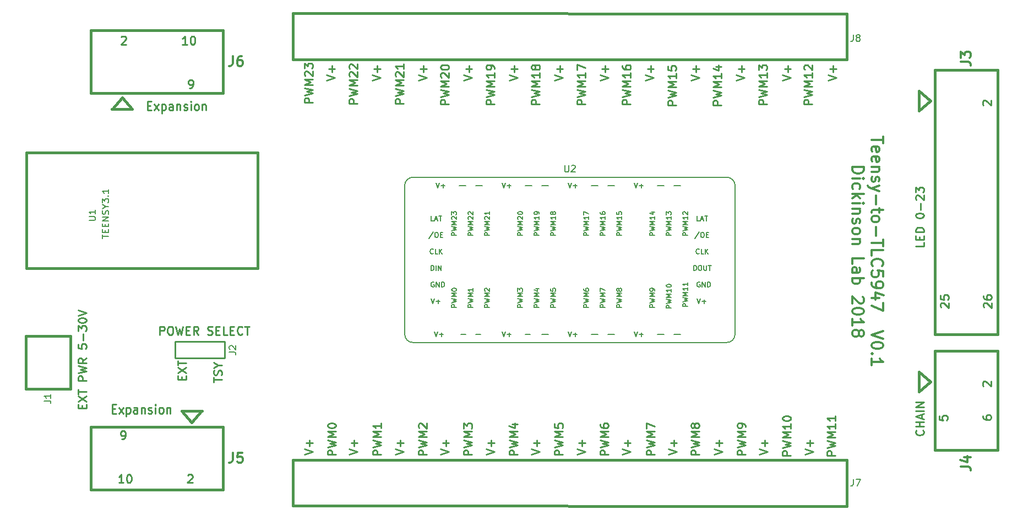
<source format=gbr>
G04 #@! TF.FileFunction,Legend,Top*
%FSLAX46Y46*%
G04 Gerber Fmt 4.6, Leading zero omitted, Abs format (unit mm)*
G04 Created by KiCad (PCBNEW 4.0.7-e2-6376~58~ubuntu16.04.1) date Mon Nov 19 16:49:33 2018*
%MOMM*%
%LPD*%
G01*
G04 APERTURE LIST*
%ADD10C,0.100000*%
%ADD11C,0.254000*%
%ADD12C,0.304800*%
%ADD13C,0.381000*%
%ADD14C,0.203200*%
%ADD15C,0.150000*%
%ADD16C,0.177800*%
G04 APERTURE END LIST*
D10*
D11*
X95062524Y-64715572D02*
X93792524Y-64715572D01*
X93792524Y-64231763D01*
X93853000Y-64110810D01*
X93913476Y-64050334D01*
X94034429Y-63989858D01*
X94215857Y-63989858D01*
X94336810Y-64050334D01*
X94397286Y-64110810D01*
X94457762Y-64231763D01*
X94457762Y-64715572D01*
X93792524Y-63566524D02*
X95062524Y-63264143D01*
X94155381Y-63022239D01*
X95062524Y-62780334D01*
X93792524Y-62477953D01*
X95062524Y-61994143D02*
X93792524Y-61994143D01*
X94699667Y-61570810D01*
X93792524Y-61147476D01*
X95062524Y-61147476D01*
X93913476Y-60603190D02*
X93853000Y-60542714D01*
X93792524Y-60421762D01*
X93792524Y-60119381D01*
X93853000Y-59998428D01*
X93913476Y-59937952D01*
X94034429Y-59877476D01*
X94155381Y-59877476D01*
X94336810Y-59937952D01*
X95062524Y-60663666D01*
X95062524Y-59877476D01*
X93792524Y-59454142D02*
X93792524Y-58667952D01*
X94276333Y-59091285D01*
X94276333Y-58909857D01*
X94336810Y-58788904D01*
X94397286Y-58728428D01*
X94518238Y-58667952D01*
X94820619Y-58667952D01*
X94941571Y-58728428D01*
X95002048Y-58788904D01*
X95062524Y-58909857D01*
X95062524Y-59272714D01*
X95002048Y-59393666D01*
X94941571Y-59454142D01*
X101920524Y-64842572D02*
X100650524Y-64842572D01*
X100650524Y-64358763D01*
X100711000Y-64237810D01*
X100771476Y-64177334D01*
X100892429Y-64116858D01*
X101073857Y-64116858D01*
X101194810Y-64177334D01*
X101255286Y-64237810D01*
X101315762Y-64358763D01*
X101315762Y-64842572D01*
X100650524Y-63693524D02*
X101920524Y-63391143D01*
X101013381Y-63149239D01*
X101920524Y-62907334D01*
X100650524Y-62604953D01*
X101920524Y-62121143D02*
X100650524Y-62121143D01*
X101557667Y-61697810D01*
X100650524Y-61274476D01*
X101920524Y-61274476D01*
X100771476Y-60730190D02*
X100711000Y-60669714D01*
X100650524Y-60548762D01*
X100650524Y-60246381D01*
X100711000Y-60125428D01*
X100771476Y-60064952D01*
X100892429Y-60004476D01*
X101013381Y-60004476D01*
X101194810Y-60064952D01*
X101920524Y-60790666D01*
X101920524Y-60004476D01*
X100771476Y-59520666D02*
X100711000Y-59460190D01*
X100650524Y-59339238D01*
X100650524Y-59036857D01*
X100711000Y-58915904D01*
X100771476Y-58855428D01*
X100892429Y-58794952D01*
X101013381Y-58794952D01*
X101194810Y-58855428D01*
X101920524Y-59581142D01*
X101920524Y-58794952D01*
X109032524Y-64842572D02*
X107762524Y-64842572D01*
X107762524Y-64358763D01*
X107823000Y-64237810D01*
X107883476Y-64177334D01*
X108004429Y-64116858D01*
X108185857Y-64116858D01*
X108306810Y-64177334D01*
X108367286Y-64237810D01*
X108427762Y-64358763D01*
X108427762Y-64842572D01*
X107762524Y-63693524D02*
X109032524Y-63391143D01*
X108125381Y-63149239D01*
X109032524Y-62907334D01*
X107762524Y-62604953D01*
X109032524Y-62121143D02*
X107762524Y-62121143D01*
X108669667Y-61697810D01*
X107762524Y-61274476D01*
X109032524Y-61274476D01*
X107883476Y-60730190D02*
X107823000Y-60669714D01*
X107762524Y-60548762D01*
X107762524Y-60246381D01*
X107823000Y-60125428D01*
X107883476Y-60064952D01*
X108004429Y-60004476D01*
X108125381Y-60004476D01*
X108306810Y-60064952D01*
X109032524Y-60790666D01*
X109032524Y-60004476D01*
X109032524Y-58794952D02*
X109032524Y-59520666D01*
X109032524Y-59157809D02*
X107762524Y-59157809D01*
X107943952Y-59278761D01*
X108064905Y-59399714D01*
X108125381Y-59520666D01*
X116017524Y-64969572D02*
X114747524Y-64969572D01*
X114747524Y-64485763D01*
X114808000Y-64364810D01*
X114868476Y-64304334D01*
X114989429Y-64243858D01*
X115170857Y-64243858D01*
X115291810Y-64304334D01*
X115352286Y-64364810D01*
X115412762Y-64485763D01*
X115412762Y-64969572D01*
X114747524Y-63820524D02*
X116017524Y-63518143D01*
X115110381Y-63276239D01*
X116017524Y-63034334D01*
X114747524Y-62731953D01*
X116017524Y-62248143D02*
X114747524Y-62248143D01*
X115654667Y-61824810D01*
X114747524Y-61401476D01*
X116017524Y-61401476D01*
X114868476Y-60857190D02*
X114808000Y-60796714D01*
X114747524Y-60675762D01*
X114747524Y-60373381D01*
X114808000Y-60252428D01*
X114868476Y-60191952D01*
X114989429Y-60131476D01*
X115110381Y-60131476D01*
X115291810Y-60191952D01*
X116017524Y-60917666D01*
X116017524Y-60131476D01*
X114747524Y-59345285D02*
X114747524Y-59224333D01*
X114808000Y-59103381D01*
X114868476Y-59042904D01*
X114989429Y-58982428D01*
X115231333Y-58921952D01*
X115533714Y-58921952D01*
X115775619Y-58982428D01*
X115896571Y-59042904D01*
X115957048Y-59103381D01*
X116017524Y-59224333D01*
X116017524Y-59345285D01*
X115957048Y-59466238D01*
X115896571Y-59526714D01*
X115775619Y-59587190D01*
X115533714Y-59647666D01*
X115231333Y-59647666D01*
X114989429Y-59587190D01*
X114868476Y-59526714D01*
X114808000Y-59466238D01*
X114747524Y-59345285D01*
X123002524Y-64969572D02*
X121732524Y-64969572D01*
X121732524Y-64485763D01*
X121793000Y-64364810D01*
X121853476Y-64304334D01*
X121974429Y-64243858D01*
X122155857Y-64243858D01*
X122276810Y-64304334D01*
X122337286Y-64364810D01*
X122397762Y-64485763D01*
X122397762Y-64969572D01*
X121732524Y-63820524D02*
X123002524Y-63518143D01*
X122095381Y-63276239D01*
X123002524Y-63034334D01*
X121732524Y-62731953D01*
X123002524Y-62248143D02*
X121732524Y-62248143D01*
X122639667Y-61824810D01*
X121732524Y-61401476D01*
X123002524Y-61401476D01*
X123002524Y-60131476D02*
X123002524Y-60857190D01*
X123002524Y-60494333D02*
X121732524Y-60494333D01*
X121913952Y-60615285D01*
X122034905Y-60736238D01*
X122095381Y-60857190D01*
X123002524Y-59526714D02*
X123002524Y-59284809D01*
X122942048Y-59163857D01*
X122881571Y-59103381D01*
X122700143Y-58982428D01*
X122458238Y-58921952D01*
X121974429Y-58921952D01*
X121853476Y-58982428D01*
X121793000Y-59042904D01*
X121732524Y-59163857D01*
X121732524Y-59405761D01*
X121793000Y-59526714D01*
X121853476Y-59587190D01*
X121974429Y-59647666D01*
X122276810Y-59647666D01*
X122397762Y-59587190D01*
X122458238Y-59526714D01*
X122518714Y-59405761D01*
X122518714Y-59163857D01*
X122458238Y-59042904D01*
X122397762Y-58982428D01*
X122276810Y-58921952D01*
X129987524Y-64969572D02*
X128717524Y-64969572D01*
X128717524Y-64485763D01*
X128778000Y-64364810D01*
X128838476Y-64304334D01*
X128959429Y-64243858D01*
X129140857Y-64243858D01*
X129261810Y-64304334D01*
X129322286Y-64364810D01*
X129382762Y-64485763D01*
X129382762Y-64969572D01*
X128717524Y-63820524D02*
X129987524Y-63518143D01*
X129080381Y-63276239D01*
X129987524Y-63034334D01*
X128717524Y-62731953D01*
X129987524Y-62248143D02*
X128717524Y-62248143D01*
X129624667Y-61824810D01*
X128717524Y-61401476D01*
X129987524Y-61401476D01*
X129987524Y-60131476D02*
X129987524Y-60857190D01*
X129987524Y-60494333D02*
X128717524Y-60494333D01*
X128898952Y-60615285D01*
X129019905Y-60736238D01*
X129080381Y-60857190D01*
X129261810Y-59405761D02*
X129201333Y-59526714D01*
X129140857Y-59587190D01*
X129019905Y-59647666D01*
X128959429Y-59647666D01*
X128838476Y-59587190D01*
X128778000Y-59526714D01*
X128717524Y-59405761D01*
X128717524Y-59163857D01*
X128778000Y-59042904D01*
X128838476Y-58982428D01*
X128959429Y-58921952D01*
X129019905Y-58921952D01*
X129140857Y-58982428D01*
X129201333Y-59042904D01*
X129261810Y-59163857D01*
X129261810Y-59405761D01*
X129322286Y-59526714D01*
X129382762Y-59587190D01*
X129503714Y-59647666D01*
X129745619Y-59647666D01*
X129866571Y-59587190D01*
X129927048Y-59526714D01*
X129987524Y-59405761D01*
X129987524Y-59163857D01*
X129927048Y-59042904D01*
X129866571Y-58982428D01*
X129745619Y-58921952D01*
X129503714Y-58921952D01*
X129382762Y-58982428D01*
X129322286Y-59042904D01*
X129261810Y-59163857D01*
X136972524Y-64969572D02*
X135702524Y-64969572D01*
X135702524Y-64485763D01*
X135763000Y-64364810D01*
X135823476Y-64304334D01*
X135944429Y-64243858D01*
X136125857Y-64243858D01*
X136246810Y-64304334D01*
X136307286Y-64364810D01*
X136367762Y-64485763D01*
X136367762Y-64969572D01*
X135702524Y-63820524D02*
X136972524Y-63518143D01*
X136065381Y-63276239D01*
X136972524Y-63034334D01*
X135702524Y-62731953D01*
X136972524Y-62248143D02*
X135702524Y-62248143D01*
X136609667Y-61824810D01*
X135702524Y-61401476D01*
X136972524Y-61401476D01*
X136972524Y-60131476D02*
X136972524Y-60857190D01*
X136972524Y-60494333D02*
X135702524Y-60494333D01*
X135883952Y-60615285D01*
X136004905Y-60736238D01*
X136065381Y-60857190D01*
X135702524Y-59708142D02*
X135702524Y-58861476D01*
X136972524Y-59405761D01*
X143957524Y-64969572D02*
X142687524Y-64969572D01*
X142687524Y-64485763D01*
X142748000Y-64364810D01*
X142808476Y-64304334D01*
X142929429Y-64243858D01*
X143110857Y-64243858D01*
X143231810Y-64304334D01*
X143292286Y-64364810D01*
X143352762Y-64485763D01*
X143352762Y-64969572D01*
X142687524Y-63820524D02*
X143957524Y-63518143D01*
X143050381Y-63276239D01*
X143957524Y-63034334D01*
X142687524Y-62731953D01*
X143957524Y-62248143D02*
X142687524Y-62248143D01*
X143594667Y-61824810D01*
X142687524Y-61401476D01*
X143957524Y-61401476D01*
X143957524Y-60131476D02*
X143957524Y-60857190D01*
X143957524Y-60494333D02*
X142687524Y-60494333D01*
X142868952Y-60615285D01*
X142989905Y-60736238D01*
X143050381Y-60857190D01*
X142687524Y-59042904D02*
X142687524Y-59284809D01*
X142748000Y-59405761D01*
X142808476Y-59466238D01*
X142989905Y-59587190D01*
X143231810Y-59647666D01*
X143715619Y-59647666D01*
X143836571Y-59587190D01*
X143897048Y-59526714D01*
X143957524Y-59405761D01*
X143957524Y-59163857D01*
X143897048Y-59042904D01*
X143836571Y-58982428D01*
X143715619Y-58921952D01*
X143413238Y-58921952D01*
X143292286Y-58982428D01*
X143231810Y-59042904D01*
X143171333Y-59163857D01*
X143171333Y-59405761D01*
X143231810Y-59526714D01*
X143292286Y-59587190D01*
X143413238Y-59647666D01*
X150942524Y-65096572D02*
X149672524Y-65096572D01*
X149672524Y-64612763D01*
X149733000Y-64491810D01*
X149793476Y-64431334D01*
X149914429Y-64370858D01*
X150095857Y-64370858D01*
X150216810Y-64431334D01*
X150277286Y-64491810D01*
X150337762Y-64612763D01*
X150337762Y-65096572D01*
X149672524Y-63947524D02*
X150942524Y-63645143D01*
X150035381Y-63403239D01*
X150942524Y-63161334D01*
X149672524Y-62858953D01*
X150942524Y-62375143D02*
X149672524Y-62375143D01*
X150579667Y-61951810D01*
X149672524Y-61528476D01*
X150942524Y-61528476D01*
X150942524Y-60258476D02*
X150942524Y-60984190D01*
X150942524Y-60621333D02*
X149672524Y-60621333D01*
X149853952Y-60742285D01*
X149974905Y-60863238D01*
X150035381Y-60984190D01*
X149672524Y-59109428D02*
X149672524Y-59714190D01*
X150277286Y-59774666D01*
X150216810Y-59714190D01*
X150156333Y-59593238D01*
X150156333Y-59290857D01*
X150216810Y-59169904D01*
X150277286Y-59109428D01*
X150398238Y-59048952D01*
X150700619Y-59048952D01*
X150821571Y-59109428D01*
X150882048Y-59169904D01*
X150942524Y-59290857D01*
X150942524Y-59593238D01*
X150882048Y-59714190D01*
X150821571Y-59774666D01*
X157927524Y-65096572D02*
X156657524Y-65096572D01*
X156657524Y-64612763D01*
X156718000Y-64491810D01*
X156778476Y-64431334D01*
X156899429Y-64370858D01*
X157080857Y-64370858D01*
X157201810Y-64431334D01*
X157262286Y-64491810D01*
X157322762Y-64612763D01*
X157322762Y-65096572D01*
X156657524Y-63947524D02*
X157927524Y-63645143D01*
X157020381Y-63403239D01*
X157927524Y-63161334D01*
X156657524Y-62858953D01*
X157927524Y-62375143D02*
X156657524Y-62375143D01*
X157564667Y-61951810D01*
X156657524Y-61528476D01*
X157927524Y-61528476D01*
X157927524Y-60258476D02*
X157927524Y-60984190D01*
X157927524Y-60621333D02*
X156657524Y-60621333D01*
X156838952Y-60742285D01*
X156959905Y-60863238D01*
X157020381Y-60984190D01*
X157080857Y-59169904D02*
X157927524Y-59169904D01*
X156597048Y-59472285D02*
X157504190Y-59774666D01*
X157504190Y-58988476D01*
X164912524Y-64969572D02*
X163642524Y-64969572D01*
X163642524Y-64485763D01*
X163703000Y-64364810D01*
X163763476Y-64304334D01*
X163884429Y-64243858D01*
X164065857Y-64243858D01*
X164186810Y-64304334D01*
X164247286Y-64364810D01*
X164307762Y-64485763D01*
X164307762Y-64969572D01*
X163642524Y-63820524D02*
X164912524Y-63518143D01*
X164005381Y-63276239D01*
X164912524Y-63034334D01*
X163642524Y-62731953D01*
X164912524Y-62248143D02*
X163642524Y-62248143D01*
X164549667Y-61824810D01*
X163642524Y-61401476D01*
X164912524Y-61401476D01*
X164912524Y-60131476D02*
X164912524Y-60857190D01*
X164912524Y-60494333D02*
X163642524Y-60494333D01*
X163823952Y-60615285D01*
X163944905Y-60736238D01*
X164005381Y-60857190D01*
X163642524Y-59708142D02*
X163642524Y-58921952D01*
X164126333Y-59345285D01*
X164126333Y-59163857D01*
X164186810Y-59042904D01*
X164247286Y-58982428D01*
X164368238Y-58921952D01*
X164670619Y-58921952D01*
X164791571Y-58982428D01*
X164852048Y-59042904D01*
X164912524Y-59163857D01*
X164912524Y-59526714D01*
X164852048Y-59647666D01*
X164791571Y-59708142D01*
X171897524Y-64969572D02*
X170627524Y-64969572D01*
X170627524Y-64485763D01*
X170688000Y-64364810D01*
X170748476Y-64304334D01*
X170869429Y-64243858D01*
X171050857Y-64243858D01*
X171171810Y-64304334D01*
X171232286Y-64364810D01*
X171292762Y-64485763D01*
X171292762Y-64969572D01*
X170627524Y-63820524D02*
X171897524Y-63518143D01*
X170990381Y-63276239D01*
X171897524Y-63034334D01*
X170627524Y-62731953D01*
X171897524Y-62248143D02*
X170627524Y-62248143D01*
X171534667Y-61824810D01*
X170627524Y-61401476D01*
X171897524Y-61401476D01*
X171897524Y-60131476D02*
X171897524Y-60857190D01*
X171897524Y-60494333D02*
X170627524Y-60494333D01*
X170808952Y-60615285D01*
X170929905Y-60736238D01*
X170990381Y-60857190D01*
X170748476Y-59647666D02*
X170688000Y-59587190D01*
X170627524Y-59466238D01*
X170627524Y-59163857D01*
X170688000Y-59042904D01*
X170748476Y-58982428D01*
X170869429Y-58921952D01*
X170990381Y-58921952D01*
X171171810Y-58982428D01*
X171897524Y-59708142D01*
X171897524Y-58921952D01*
X175453524Y-118944572D02*
X174183524Y-118944572D01*
X174183524Y-118460763D01*
X174244000Y-118339810D01*
X174304476Y-118279334D01*
X174425429Y-118218858D01*
X174606857Y-118218858D01*
X174727810Y-118279334D01*
X174788286Y-118339810D01*
X174848762Y-118460763D01*
X174848762Y-118944572D01*
X174183524Y-117795524D02*
X175453524Y-117493143D01*
X174546381Y-117251239D01*
X175453524Y-117009334D01*
X174183524Y-116706953D01*
X175453524Y-116223143D02*
X174183524Y-116223143D01*
X175090667Y-115799810D01*
X174183524Y-115376476D01*
X175453524Y-115376476D01*
X175453524Y-114106476D02*
X175453524Y-114832190D01*
X175453524Y-114469333D02*
X174183524Y-114469333D01*
X174364952Y-114590285D01*
X174485905Y-114711238D01*
X174546381Y-114832190D01*
X175453524Y-112896952D02*
X175453524Y-113622666D01*
X175453524Y-113259809D02*
X174183524Y-113259809D01*
X174364952Y-113380761D01*
X174485905Y-113501714D01*
X174546381Y-113622666D01*
X168595524Y-118944572D02*
X167325524Y-118944572D01*
X167325524Y-118460763D01*
X167386000Y-118339810D01*
X167446476Y-118279334D01*
X167567429Y-118218858D01*
X167748857Y-118218858D01*
X167869810Y-118279334D01*
X167930286Y-118339810D01*
X167990762Y-118460763D01*
X167990762Y-118944572D01*
X167325524Y-117795524D02*
X168595524Y-117493143D01*
X167688381Y-117251239D01*
X168595524Y-117009334D01*
X167325524Y-116706953D01*
X168595524Y-116223143D02*
X167325524Y-116223143D01*
X168232667Y-115799810D01*
X167325524Y-115376476D01*
X168595524Y-115376476D01*
X168595524Y-114106476D02*
X168595524Y-114832190D01*
X168595524Y-114469333D02*
X167325524Y-114469333D01*
X167506952Y-114590285D01*
X167627905Y-114711238D01*
X167688381Y-114832190D01*
X167325524Y-113320285D02*
X167325524Y-113199333D01*
X167386000Y-113078381D01*
X167446476Y-113017904D01*
X167567429Y-112957428D01*
X167809333Y-112896952D01*
X168111714Y-112896952D01*
X168353619Y-112957428D01*
X168474571Y-113017904D01*
X168535048Y-113078381D01*
X168595524Y-113199333D01*
X168595524Y-113320285D01*
X168535048Y-113441238D01*
X168474571Y-113501714D01*
X168353619Y-113562190D01*
X168111714Y-113622666D01*
X167809333Y-113622666D01*
X167567429Y-113562190D01*
X167446476Y-113501714D01*
X167386000Y-113441238D01*
X167325524Y-113320285D01*
X161610524Y-118847810D02*
X160340524Y-118847810D01*
X160340524Y-118364001D01*
X160401000Y-118243048D01*
X160461476Y-118182572D01*
X160582429Y-118122096D01*
X160763857Y-118122096D01*
X160884810Y-118182572D01*
X160945286Y-118243048D01*
X161005762Y-118364001D01*
X161005762Y-118847810D01*
X160340524Y-117698762D02*
X161610524Y-117396381D01*
X160703381Y-117154477D01*
X161610524Y-116912572D01*
X160340524Y-116610191D01*
X161610524Y-116126381D02*
X160340524Y-116126381D01*
X161247667Y-115703048D01*
X160340524Y-115279714D01*
X161610524Y-115279714D01*
X161610524Y-114614476D02*
X161610524Y-114372571D01*
X161550048Y-114251619D01*
X161489571Y-114191143D01*
X161308143Y-114070190D01*
X161066238Y-114009714D01*
X160582429Y-114009714D01*
X160461476Y-114070190D01*
X160401000Y-114130666D01*
X160340524Y-114251619D01*
X160340524Y-114493523D01*
X160401000Y-114614476D01*
X160461476Y-114674952D01*
X160582429Y-114735428D01*
X160884810Y-114735428D01*
X161005762Y-114674952D01*
X161066238Y-114614476D01*
X161126714Y-114493523D01*
X161126714Y-114251619D01*
X161066238Y-114130666D01*
X161005762Y-114070190D01*
X160884810Y-114009714D01*
X154498524Y-118847810D02*
X153228524Y-118847810D01*
X153228524Y-118364001D01*
X153289000Y-118243048D01*
X153349476Y-118182572D01*
X153470429Y-118122096D01*
X153651857Y-118122096D01*
X153772810Y-118182572D01*
X153833286Y-118243048D01*
X153893762Y-118364001D01*
X153893762Y-118847810D01*
X153228524Y-117698762D02*
X154498524Y-117396381D01*
X153591381Y-117154477D01*
X154498524Y-116912572D01*
X153228524Y-116610191D01*
X154498524Y-116126381D02*
X153228524Y-116126381D01*
X154135667Y-115703048D01*
X153228524Y-115279714D01*
X154498524Y-115279714D01*
X153772810Y-114493523D02*
X153712333Y-114614476D01*
X153651857Y-114674952D01*
X153530905Y-114735428D01*
X153470429Y-114735428D01*
X153349476Y-114674952D01*
X153289000Y-114614476D01*
X153228524Y-114493523D01*
X153228524Y-114251619D01*
X153289000Y-114130666D01*
X153349476Y-114070190D01*
X153470429Y-114009714D01*
X153530905Y-114009714D01*
X153651857Y-114070190D01*
X153712333Y-114130666D01*
X153772810Y-114251619D01*
X153772810Y-114493523D01*
X153833286Y-114614476D01*
X153893762Y-114674952D01*
X154014714Y-114735428D01*
X154256619Y-114735428D01*
X154377571Y-114674952D01*
X154438048Y-114614476D01*
X154498524Y-114493523D01*
X154498524Y-114251619D01*
X154438048Y-114130666D01*
X154377571Y-114070190D01*
X154256619Y-114009714D01*
X154014714Y-114009714D01*
X153893762Y-114070190D01*
X153833286Y-114130666D01*
X153772810Y-114251619D01*
X147640524Y-118847810D02*
X146370524Y-118847810D01*
X146370524Y-118364001D01*
X146431000Y-118243048D01*
X146491476Y-118182572D01*
X146612429Y-118122096D01*
X146793857Y-118122096D01*
X146914810Y-118182572D01*
X146975286Y-118243048D01*
X147035762Y-118364001D01*
X147035762Y-118847810D01*
X146370524Y-117698762D02*
X147640524Y-117396381D01*
X146733381Y-117154477D01*
X147640524Y-116912572D01*
X146370524Y-116610191D01*
X147640524Y-116126381D02*
X146370524Y-116126381D01*
X147277667Y-115703048D01*
X146370524Y-115279714D01*
X147640524Y-115279714D01*
X146370524Y-114795904D02*
X146370524Y-113949238D01*
X147640524Y-114493523D01*
X140528524Y-118847810D02*
X139258524Y-118847810D01*
X139258524Y-118364001D01*
X139319000Y-118243048D01*
X139379476Y-118182572D01*
X139500429Y-118122096D01*
X139681857Y-118122096D01*
X139802810Y-118182572D01*
X139863286Y-118243048D01*
X139923762Y-118364001D01*
X139923762Y-118847810D01*
X139258524Y-117698762D02*
X140528524Y-117396381D01*
X139621381Y-117154477D01*
X140528524Y-116912572D01*
X139258524Y-116610191D01*
X140528524Y-116126381D02*
X139258524Y-116126381D01*
X140165667Y-115703048D01*
X139258524Y-115279714D01*
X140528524Y-115279714D01*
X139258524Y-114130666D02*
X139258524Y-114372571D01*
X139319000Y-114493523D01*
X139379476Y-114554000D01*
X139560905Y-114674952D01*
X139802810Y-114735428D01*
X140286619Y-114735428D01*
X140407571Y-114674952D01*
X140468048Y-114614476D01*
X140528524Y-114493523D01*
X140528524Y-114251619D01*
X140468048Y-114130666D01*
X140407571Y-114070190D01*
X140286619Y-114009714D01*
X139984238Y-114009714D01*
X139863286Y-114070190D01*
X139802810Y-114130666D01*
X139742333Y-114251619D01*
X139742333Y-114493523D01*
X139802810Y-114614476D01*
X139863286Y-114674952D01*
X139984238Y-114735428D01*
X133543524Y-118847810D02*
X132273524Y-118847810D01*
X132273524Y-118364001D01*
X132334000Y-118243048D01*
X132394476Y-118182572D01*
X132515429Y-118122096D01*
X132696857Y-118122096D01*
X132817810Y-118182572D01*
X132878286Y-118243048D01*
X132938762Y-118364001D01*
X132938762Y-118847810D01*
X132273524Y-117698762D02*
X133543524Y-117396381D01*
X132636381Y-117154477D01*
X133543524Y-116912572D01*
X132273524Y-116610191D01*
X133543524Y-116126381D02*
X132273524Y-116126381D01*
X133180667Y-115703048D01*
X132273524Y-115279714D01*
X133543524Y-115279714D01*
X132273524Y-114070190D02*
X132273524Y-114674952D01*
X132878286Y-114735428D01*
X132817810Y-114674952D01*
X132757333Y-114554000D01*
X132757333Y-114251619D01*
X132817810Y-114130666D01*
X132878286Y-114070190D01*
X132999238Y-114009714D01*
X133301619Y-114009714D01*
X133422571Y-114070190D01*
X133483048Y-114130666D01*
X133543524Y-114251619D01*
X133543524Y-114554000D01*
X133483048Y-114674952D01*
X133422571Y-114735428D01*
X126558524Y-118847810D02*
X125288524Y-118847810D01*
X125288524Y-118364001D01*
X125349000Y-118243048D01*
X125409476Y-118182572D01*
X125530429Y-118122096D01*
X125711857Y-118122096D01*
X125832810Y-118182572D01*
X125893286Y-118243048D01*
X125953762Y-118364001D01*
X125953762Y-118847810D01*
X125288524Y-117698762D02*
X126558524Y-117396381D01*
X125651381Y-117154477D01*
X126558524Y-116912572D01*
X125288524Y-116610191D01*
X126558524Y-116126381D02*
X125288524Y-116126381D01*
X126195667Y-115703048D01*
X125288524Y-115279714D01*
X126558524Y-115279714D01*
X125711857Y-114130666D02*
X126558524Y-114130666D01*
X125228048Y-114433047D02*
X126135190Y-114735428D01*
X126135190Y-113949238D01*
X119573524Y-118847810D02*
X118303524Y-118847810D01*
X118303524Y-118364001D01*
X118364000Y-118243048D01*
X118424476Y-118182572D01*
X118545429Y-118122096D01*
X118726857Y-118122096D01*
X118847810Y-118182572D01*
X118908286Y-118243048D01*
X118968762Y-118364001D01*
X118968762Y-118847810D01*
X118303524Y-117698762D02*
X119573524Y-117396381D01*
X118666381Y-117154477D01*
X119573524Y-116912572D01*
X118303524Y-116610191D01*
X119573524Y-116126381D02*
X118303524Y-116126381D01*
X119210667Y-115703048D01*
X118303524Y-115279714D01*
X119573524Y-115279714D01*
X118303524Y-114795904D02*
X118303524Y-114009714D01*
X118787333Y-114433047D01*
X118787333Y-114251619D01*
X118847810Y-114130666D01*
X118908286Y-114070190D01*
X119029238Y-114009714D01*
X119331619Y-114009714D01*
X119452571Y-114070190D01*
X119513048Y-114130666D01*
X119573524Y-114251619D01*
X119573524Y-114614476D01*
X119513048Y-114735428D01*
X119452571Y-114795904D01*
X112588524Y-118847810D02*
X111318524Y-118847810D01*
X111318524Y-118364001D01*
X111379000Y-118243048D01*
X111439476Y-118182572D01*
X111560429Y-118122096D01*
X111741857Y-118122096D01*
X111862810Y-118182572D01*
X111923286Y-118243048D01*
X111983762Y-118364001D01*
X111983762Y-118847810D01*
X111318524Y-117698762D02*
X112588524Y-117396381D01*
X111681381Y-117154477D01*
X112588524Y-116912572D01*
X111318524Y-116610191D01*
X112588524Y-116126381D02*
X111318524Y-116126381D01*
X112225667Y-115703048D01*
X111318524Y-115279714D01*
X112588524Y-115279714D01*
X111439476Y-114735428D02*
X111379000Y-114674952D01*
X111318524Y-114554000D01*
X111318524Y-114251619D01*
X111379000Y-114130666D01*
X111439476Y-114070190D01*
X111560429Y-114009714D01*
X111681381Y-114009714D01*
X111862810Y-114070190D01*
X112588524Y-114795904D01*
X112588524Y-114009714D01*
X105603524Y-118847810D02*
X104333524Y-118847810D01*
X104333524Y-118364001D01*
X104394000Y-118243048D01*
X104454476Y-118182572D01*
X104575429Y-118122096D01*
X104756857Y-118122096D01*
X104877810Y-118182572D01*
X104938286Y-118243048D01*
X104998762Y-118364001D01*
X104998762Y-118847810D01*
X104333524Y-117698762D02*
X105603524Y-117396381D01*
X104696381Y-117154477D01*
X105603524Y-116912572D01*
X104333524Y-116610191D01*
X105603524Y-116126381D02*
X104333524Y-116126381D01*
X105240667Y-115703048D01*
X104333524Y-115279714D01*
X105603524Y-115279714D01*
X105603524Y-114009714D02*
X105603524Y-114735428D01*
X105603524Y-114372571D02*
X104333524Y-114372571D01*
X104514952Y-114493523D01*
X104635905Y-114614476D01*
X104696381Y-114735428D01*
X98618524Y-118847810D02*
X97348524Y-118847810D01*
X97348524Y-118364001D01*
X97409000Y-118243048D01*
X97469476Y-118182572D01*
X97590429Y-118122096D01*
X97771857Y-118122096D01*
X97892810Y-118182572D01*
X97953286Y-118243048D01*
X98013762Y-118364001D01*
X98013762Y-118847810D01*
X97348524Y-117698762D02*
X98618524Y-117396381D01*
X97711381Y-117154477D01*
X98618524Y-116912572D01*
X97348524Y-116610191D01*
X98618524Y-116126381D02*
X97348524Y-116126381D01*
X98255667Y-115703048D01*
X97348524Y-115279714D01*
X98618524Y-115279714D01*
X97348524Y-114433047D02*
X97348524Y-114312095D01*
X97409000Y-114191143D01*
X97469476Y-114130666D01*
X97590429Y-114070190D01*
X97832333Y-114009714D01*
X98134714Y-114009714D01*
X98376619Y-114070190D01*
X98497571Y-114130666D01*
X98558048Y-114191143D01*
X98618524Y-114312095D01*
X98618524Y-114433047D01*
X98558048Y-114554000D01*
X98497571Y-114614476D01*
X98376619Y-114674952D01*
X98134714Y-114735428D01*
X97832333Y-114735428D01*
X97590429Y-114674952D01*
X97469476Y-114614476D01*
X97409000Y-114554000D01*
X97348524Y-114433047D01*
X97221524Y-61280524D02*
X98491524Y-60857190D01*
X97221524Y-60433857D01*
X98007714Y-60010524D02*
X98007714Y-59042905D01*
X98491524Y-59526715D02*
X97523905Y-59526715D01*
X104206524Y-61280524D02*
X105476524Y-60857190D01*
X104206524Y-60433857D01*
X104992714Y-60010524D02*
X104992714Y-59042905D01*
X105476524Y-59526715D02*
X104508905Y-59526715D01*
X111318524Y-61280524D02*
X112588524Y-60857190D01*
X111318524Y-60433857D01*
X112104714Y-60010524D02*
X112104714Y-59042905D01*
X112588524Y-59526715D02*
X111620905Y-59526715D01*
X118303524Y-61280524D02*
X119573524Y-60857190D01*
X118303524Y-60433857D01*
X119089714Y-60010524D02*
X119089714Y-59042905D01*
X119573524Y-59526715D02*
X118605905Y-59526715D01*
X125288524Y-61280524D02*
X126558524Y-60857190D01*
X125288524Y-60433857D01*
X126074714Y-60010524D02*
X126074714Y-59042905D01*
X126558524Y-59526715D02*
X125590905Y-59526715D01*
X132273524Y-61280524D02*
X133543524Y-60857190D01*
X132273524Y-60433857D01*
X133059714Y-60010524D02*
X133059714Y-59042905D01*
X133543524Y-59526715D02*
X132575905Y-59526715D01*
X139258524Y-61280524D02*
X140528524Y-60857190D01*
X139258524Y-60433857D01*
X140044714Y-60010524D02*
X140044714Y-59042905D01*
X140528524Y-59526715D02*
X139560905Y-59526715D01*
X146243524Y-61280524D02*
X147513524Y-60857190D01*
X146243524Y-60433857D01*
X147029714Y-60010524D02*
X147029714Y-59042905D01*
X147513524Y-59526715D02*
X146545905Y-59526715D01*
X153228524Y-61280524D02*
X154498524Y-60857190D01*
X153228524Y-60433857D01*
X154014714Y-60010524D02*
X154014714Y-59042905D01*
X154498524Y-59526715D02*
X153530905Y-59526715D01*
X160213524Y-61280524D02*
X161483524Y-60857190D01*
X160213524Y-60433857D01*
X160999714Y-60010524D02*
X160999714Y-59042905D01*
X161483524Y-59526715D02*
X160515905Y-59526715D01*
X167325524Y-61280524D02*
X168595524Y-60857190D01*
X167325524Y-60433857D01*
X168111714Y-60010524D02*
X168111714Y-59042905D01*
X168595524Y-59526715D02*
X167627905Y-59526715D01*
X174310524Y-61280524D02*
X175580524Y-60857190D01*
X174310524Y-60433857D01*
X175096714Y-60010524D02*
X175096714Y-59042905D01*
X175580524Y-59526715D02*
X174612905Y-59526715D01*
X170754524Y-118811524D02*
X172024524Y-118388190D01*
X170754524Y-117964857D01*
X171540714Y-117541524D02*
X171540714Y-116573905D01*
X172024524Y-117057715D02*
X171056905Y-117057715D01*
X163769524Y-118811524D02*
X165039524Y-118388190D01*
X163769524Y-117964857D01*
X164555714Y-117541524D02*
X164555714Y-116573905D01*
X165039524Y-117057715D02*
X164071905Y-117057715D01*
X156784524Y-118811524D02*
X158054524Y-118388190D01*
X156784524Y-117964857D01*
X157570714Y-117541524D02*
X157570714Y-116573905D01*
X158054524Y-117057715D02*
X157086905Y-117057715D01*
X149799524Y-118811524D02*
X151069524Y-118388190D01*
X149799524Y-117964857D01*
X150585714Y-117541524D02*
X150585714Y-116573905D01*
X151069524Y-117057715D02*
X150101905Y-117057715D01*
X142687524Y-118811524D02*
X143957524Y-118388190D01*
X142687524Y-117964857D01*
X143473714Y-117541524D02*
X143473714Y-116573905D01*
X143957524Y-117057715D02*
X142989905Y-117057715D01*
X135702524Y-118811524D02*
X136972524Y-118388190D01*
X135702524Y-117964857D01*
X136488714Y-117541524D02*
X136488714Y-116573905D01*
X136972524Y-117057715D02*
X136004905Y-117057715D01*
X128717524Y-118811524D02*
X129987524Y-118388190D01*
X128717524Y-117964857D01*
X129503714Y-117541524D02*
X129503714Y-116573905D01*
X129987524Y-117057715D02*
X129019905Y-117057715D01*
X114747524Y-118811524D02*
X116017524Y-118388190D01*
X114747524Y-117964857D01*
X115533714Y-117541524D02*
X115533714Y-116573905D01*
X116017524Y-117057715D02*
X115049905Y-117057715D01*
X121732524Y-118811524D02*
X123002524Y-118388190D01*
X121732524Y-117964857D01*
X122518714Y-117541524D02*
X122518714Y-116573905D01*
X123002524Y-117057715D02*
X122034905Y-117057715D01*
X107762524Y-118811524D02*
X109032524Y-118388190D01*
X107762524Y-117964857D01*
X108548714Y-117541524D02*
X108548714Y-116573905D01*
X109032524Y-117057715D02*
X108064905Y-117057715D01*
X100675924Y-118811524D02*
X101945924Y-118388190D01*
X100675924Y-117964857D01*
X101462114Y-117541524D02*
X101462114Y-116573905D01*
X101945924Y-117057715D02*
X100978305Y-117057715D01*
X93792524Y-118811524D02*
X95062524Y-118388190D01*
X93792524Y-117964857D01*
X94578714Y-117541524D02*
X94578714Y-116573905D01*
X95062524Y-117057715D02*
X94094905Y-117057715D01*
X188921571Y-115068047D02*
X188982048Y-115128523D01*
X189042524Y-115309952D01*
X189042524Y-115430904D01*
X188982048Y-115612332D01*
X188861095Y-115733285D01*
X188740143Y-115793761D01*
X188498238Y-115854237D01*
X188316810Y-115854237D01*
X188074905Y-115793761D01*
X187953952Y-115733285D01*
X187833000Y-115612332D01*
X187772524Y-115430904D01*
X187772524Y-115309952D01*
X187833000Y-115128523D01*
X187893476Y-115068047D01*
X189042524Y-114523761D02*
X187772524Y-114523761D01*
X188377286Y-114523761D02*
X188377286Y-113798047D01*
X189042524Y-113798047D02*
X187772524Y-113798047D01*
X188679667Y-113253761D02*
X188679667Y-112648999D01*
X189042524Y-113374714D02*
X187772524Y-112951380D01*
X189042524Y-112528047D01*
X189042524Y-112104714D02*
X187772524Y-112104714D01*
X189042524Y-111499952D02*
X187772524Y-111499952D01*
X189042524Y-110774238D01*
X187772524Y-110774238D01*
X189042524Y-86196714D02*
X189042524Y-86801476D01*
X187772524Y-86801476D01*
X188377286Y-85773381D02*
X188377286Y-85350048D01*
X189042524Y-85168619D02*
X189042524Y-85773381D01*
X187772524Y-85773381D01*
X187772524Y-85168619D01*
X189042524Y-84624333D02*
X187772524Y-84624333D01*
X187772524Y-84321952D01*
X187833000Y-84140524D01*
X187953952Y-84019571D01*
X188074905Y-83959095D01*
X188316810Y-83898619D01*
X188498238Y-83898619D01*
X188740143Y-83959095D01*
X188861095Y-84019571D01*
X188982048Y-84140524D01*
X189042524Y-84321952D01*
X189042524Y-84624333D01*
X187772524Y-82144809D02*
X187772524Y-82023857D01*
X187833000Y-81902905D01*
X187893476Y-81842428D01*
X188014429Y-81781952D01*
X188256333Y-81721476D01*
X188558714Y-81721476D01*
X188800619Y-81781952D01*
X188921571Y-81842428D01*
X188982048Y-81902905D01*
X189042524Y-82023857D01*
X189042524Y-82144809D01*
X188982048Y-82265762D01*
X188921571Y-82326238D01*
X188800619Y-82386714D01*
X188558714Y-82447190D01*
X188256333Y-82447190D01*
X188014429Y-82386714D01*
X187893476Y-82326238D01*
X187833000Y-82265762D01*
X187772524Y-82144809D01*
X188558714Y-81177190D02*
X188558714Y-80209571D01*
X187893476Y-79665285D02*
X187833000Y-79604809D01*
X187772524Y-79483857D01*
X187772524Y-79181476D01*
X187833000Y-79060523D01*
X187893476Y-79000047D01*
X188014429Y-78939571D01*
X188135381Y-78939571D01*
X188316810Y-79000047D01*
X189042524Y-79725761D01*
X189042524Y-78939571D01*
X187772524Y-78516237D02*
X187772524Y-77730047D01*
X188256333Y-78153380D01*
X188256333Y-77971952D01*
X188316810Y-77850999D01*
X188377286Y-77790523D01*
X188498238Y-77730047D01*
X188800619Y-77730047D01*
X188921571Y-77790523D01*
X188982048Y-77850999D01*
X189042524Y-77971952D01*
X189042524Y-78334809D01*
X188982048Y-78455761D01*
X188921571Y-78516237D01*
X71555428Y-100396524D02*
X71555428Y-99126524D01*
X72039237Y-99126524D01*
X72160190Y-99187000D01*
X72220666Y-99247476D01*
X72281142Y-99368429D01*
X72281142Y-99549857D01*
X72220666Y-99670810D01*
X72160190Y-99731286D01*
X72039237Y-99791762D01*
X71555428Y-99791762D01*
X73067333Y-99126524D02*
X73309237Y-99126524D01*
X73430190Y-99187000D01*
X73551142Y-99307952D01*
X73611618Y-99549857D01*
X73611618Y-99973190D01*
X73551142Y-100215095D01*
X73430190Y-100336048D01*
X73309237Y-100396524D01*
X73067333Y-100396524D01*
X72946380Y-100336048D01*
X72825428Y-100215095D01*
X72764952Y-99973190D01*
X72764952Y-99549857D01*
X72825428Y-99307952D01*
X72946380Y-99187000D01*
X73067333Y-99126524D01*
X74034952Y-99126524D02*
X74337333Y-100396524D01*
X74579237Y-99489381D01*
X74821142Y-100396524D01*
X75123523Y-99126524D01*
X75607333Y-99731286D02*
X76030666Y-99731286D01*
X76212095Y-100396524D02*
X75607333Y-100396524D01*
X75607333Y-99126524D01*
X76212095Y-99126524D01*
X77482095Y-100396524D02*
X77058762Y-99791762D01*
X76756381Y-100396524D02*
X76756381Y-99126524D01*
X77240190Y-99126524D01*
X77361143Y-99187000D01*
X77421619Y-99247476D01*
X77482095Y-99368429D01*
X77482095Y-99549857D01*
X77421619Y-99670810D01*
X77361143Y-99731286D01*
X77240190Y-99791762D01*
X76756381Y-99791762D01*
X78933524Y-100336048D02*
X79114952Y-100396524D01*
X79417333Y-100396524D01*
X79538286Y-100336048D01*
X79598762Y-100275571D01*
X79659238Y-100154619D01*
X79659238Y-100033667D01*
X79598762Y-99912714D01*
X79538286Y-99852238D01*
X79417333Y-99791762D01*
X79175429Y-99731286D01*
X79054476Y-99670810D01*
X78994000Y-99610333D01*
X78933524Y-99489381D01*
X78933524Y-99368429D01*
X78994000Y-99247476D01*
X79054476Y-99187000D01*
X79175429Y-99126524D01*
X79477809Y-99126524D01*
X79659238Y-99187000D01*
X80203524Y-99731286D02*
X80626857Y-99731286D01*
X80808286Y-100396524D02*
X80203524Y-100396524D01*
X80203524Y-99126524D01*
X80808286Y-99126524D01*
X81957334Y-100396524D02*
X81352572Y-100396524D01*
X81352572Y-99126524D01*
X82380667Y-99731286D02*
X82804000Y-99731286D01*
X82985429Y-100396524D02*
X82380667Y-100396524D01*
X82380667Y-99126524D01*
X82985429Y-99126524D01*
X84255429Y-100275571D02*
X84194953Y-100336048D01*
X84013524Y-100396524D01*
X83892572Y-100396524D01*
X83711144Y-100336048D01*
X83590191Y-100215095D01*
X83529715Y-100094143D01*
X83469239Y-99852238D01*
X83469239Y-99670810D01*
X83529715Y-99428905D01*
X83590191Y-99307952D01*
X83711144Y-99187000D01*
X83892572Y-99126524D01*
X84013524Y-99126524D01*
X84194953Y-99187000D01*
X84255429Y-99247476D01*
X84618286Y-99126524D02*
X85344001Y-99126524D01*
X84981144Y-100396524D02*
X84981144Y-99126524D01*
X79822524Y-107683905D02*
X79822524Y-106958190D01*
X81092524Y-107321047D02*
X79822524Y-107321047D01*
X81032048Y-106595333D02*
X81092524Y-106413905D01*
X81092524Y-106111524D01*
X81032048Y-105990571D01*
X80971571Y-105930095D01*
X80850619Y-105869619D01*
X80729667Y-105869619D01*
X80608714Y-105930095D01*
X80548238Y-105990571D01*
X80487762Y-106111524D01*
X80427286Y-106353428D01*
X80366810Y-106474381D01*
X80306333Y-106534857D01*
X80185381Y-106595333D01*
X80064429Y-106595333D01*
X79943476Y-106534857D01*
X79883000Y-106474381D01*
X79822524Y-106353428D01*
X79822524Y-106051048D01*
X79883000Y-105869619D01*
X80487762Y-105083428D02*
X81092524Y-105083428D01*
X79822524Y-105506762D02*
X80487762Y-105083428D01*
X79822524Y-104660095D01*
X74966286Y-107278714D02*
X74966286Y-106855381D01*
X75631524Y-106673952D02*
X75631524Y-107278714D01*
X74361524Y-107278714D01*
X74361524Y-106673952D01*
X74361524Y-106250618D02*
X75631524Y-105403952D01*
X74361524Y-105403952D02*
X75631524Y-106250618D01*
X74361524Y-105101571D02*
X74361524Y-104375856D01*
X75631524Y-104738713D02*
X74361524Y-104738713D01*
X59599286Y-111735810D02*
X59599286Y-111312477D01*
X60264524Y-111131048D02*
X60264524Y-111735810D01*
X58994524Y-111735810D01*
X58994524Y-111131048D01*
X58994524Y-110707714D02*
X60264524Y-109861048D01*
X58994524Y-109861048D02*
X60264524Y-110707714D01*
X58994524Y-109558667D02*
X58994524Y-108832952D01*
X60264524Y-109195809D02*
X58994524Y-109195809D01*
X60264524Y-107442000D02*
X58994524Y-107442000D01*
X58994524Y-106958191D01*
X59055000Y-106837238D01*
X59115476Y-106776762D01*
X59236429Y-106716286D01*
X59417857Y-106716286D01*
X59538810Y-106776762D01*
X59599286Y-106837238D01*
X59659762Y-106958191D01*
X59659762Y-107442000D01*
X58994524Y-106292952D02*
X60264524Y-105990571D01*
X59357381Y-105748667D01*
X60264524Y-105506762D01*
X58994524Y-105204381D01*
X60264524Y-103994857D02*
X59659762Y-104418190D01*
X60264524Y-104720571D02*
X58994524Y-104720571D01*
X58994524Y-104236762D01*
X59055000Y-104115809D01*
X59115476Y-104055333D01*
X59236429Y-103994857D01*
X59417857Y-103994857D01*
X59538810Y-104055333D01*
X59599286Y-104115809D01*
X59659762Y-104236762D01*
X59659762Y-104720571D01*
X58994524Y-101878190D02*
X58994524Y-102482952D01*
X59599286Y-102543428D01*
X59538810Y-102482952D01*
X59478333Y-102362000D01*
X59478333Y-102059619D01*
X59538810Y-101938666D01*
X59599286Y-101878190D01*
X59720238Y-101817714D01*
X60022619Y-101817714D01*
X60143571Y-101878190D01*
X60204048Y-101938666D01*
X60264524Y-102059619D01*
X60264524Y-102362000D01*
X60204048Y-102482952D01*
X60143571Y-102543428D01*
X59780714Y-101273428D02*
X59780714Y-100305809D01*
X58994524Y-99821999D02*
X58994524Y-99035809D01*
X59478333Y-99459142D01*
X59478333Y-99277714D01*
X59538810Y-99156761D01*
X59599286Y-99096285D01*
X59720238Y-99035809D01*
X60022619Y-99035809D01*
X60143571Y-99096285D01*
X60204048Y-99156761D01*
X60264524Y-99277714D01*
X60264524Y-99640571D01*
X60204048Y-99761523D01*
X60143571Y-99821999D01*
X58994524Y-98249618D02*
X58994524Y-98128666D01*
X59055000Y-98007714D01*
X59115476Y-97947237D01*
X59236429Y-97886761D01*
X59478333Y-97826285D01*
X59780714Y-97826285D01*
X60022619Y-97886761D01*
X60143571Y-97947237D01*
X60204048Y-98007714D01*
X60264524Y-98128666D01*
X60264524Y-98249618D01*
X60204048Y-98370571D01*
X60143571Y-98431047D01*
X60022619Y-98491523D01*
X59780714Y-98551999D01*
X59478333Y-98551999D01*
X59236429Y-98491523D01*
X59115476Y-98431047D01*
X59055000Y-98370571D01*
X58994524Y-98249618D01*
X58994524Y-97463428D02*
X60264524Y-97040094D01*
X58994524Y-96616761D01*
X69692761Y-65178214D02*
X70116094Y-65178214D01*
X70297523Y-65909976D02*
X69692761Y-65909976D01*
X69692761Y-64512976D01*
X70297523Y-64512976D01*
X70720857Y-65909976D02*
X71386095Y-64978643D01*
X70720857Y-64978643D02*
X71386095Y-65909976D01*
X71869904Y-64978643D02*
X71869904Y-66375643D01*
X71869904Y-65045167D02*
X71990856Y-64978643D01*
X72232761Y-64978643D01*
X72353713Y-65045167D01*
X72414190Y-65111690D01*
X72474666Y-65244738D01*
X72474666Y-65643881D01*
X72414190Y-65776929D01*
X72353713Y-65843452D01*
X72232761Y-65909976D01*
X71990856Y-65909976D01*
X71869904Y-65843452D01*
X73563238Y-65909976D02*
X73563238Y-65178214D01*
X73502761Y-65045167D01*
X73381809Y-64978643D01*
X73139904Y-64978643D01*
X73018952Y-65045167D01*
X73563238Y-65843452D02*
X73442285Y-65909976D01*
X73139904Y-65909976D01*
X73018952Y-65843452D01*
X72958476Y-65710405D01*
X72958476Y-65577357D01*
X73018952Y-65444310D01*
X73139904Y-65377786D01*
X73442285Y-65377786D01*
X73563238Y-65311262D01*
X74168000Y-64978643D02*
X74168000Y-65909976D01*
X74168000Y-65111690D02*
X74228476Y-65045167D01*
X74349429Y-64978643D01*
X74530857Y-64978643D01*
X74651809Y-65045167D01*
X74712286Y-65178214D01*
X74712286Y-65909976D01*
X75256572Y-65843452D02*
X75377524Y-65909976D01*
X75619429Y-65909976D01*
X75740381Y-65843452D01*
X75800857Y-65710405D01*
X75800857Y-65643881D01*
X75740381Y-65510833D01*
X75619429Y-65444310D01*
X75438000Y-65444310D01*
X75317048Y-65377786D01*
X75256572Y-65244738D01*
X75256572Y-65178214D01*
X75317048Y-65045167D01*
X75438000Y-64978643D01*
X75619429Y-64978643D01*
X75740381Y-65045167D01*
X76345143Y-65909976D02*
X76345143Y-64978643D01*
X76345143Y-64512976D02*
X76284667Y-64579500D01*
X76345143Y-64646024D01*
X76405619Y-64579500D01*
X76345143Y-64512976D01*
X76345143Y-64646024D01*
X77131334Y-65909976D02*
X77010381Y-65843452D01*
X76949905Y-65776929D01*
X76889429Y-65643881D01*
X76889429Y-65244738D01*
X76949905Y-65111690D01*
X77010381Y-65045167D01*
X77131334Y-64978643D01*
X77312762Y-64978643D01*
X77433714Y-65045167D01*
X77494191Y-65111690D01*
X77554667Y-65244738D01*
X77554667Y-65643881D01*
X77494191Y-65776929D01*
X77433714Y-65843452D01*
X77312762Y-65909976D01*
X77131334Y-65909976D01*
X78098953Y-64978643D02*
X78098953Y-65909976D01*
X78098953Y-65111690D02*
X78159429Y-65045167D01*
X78280382Y-64978643D01*
X78461810Y-64978643D01*
X78582762Y-65045167D01*
X78643239Y-65178214D01*
X78643239Y-65909976D01*
X64231761Y-111787214D02*
X64655094Y-111787214D01*
X64836523Y-112518976D02*
X64231761Y-112518976D01*
X64231761Y-111121976D01*
X64836523Y-111121976D01*
X65259857Y-112518976D02*
X65925095Y-111587643D01*
X65259857Y-111587643D02*
X65925095Y-112518976D01*
X66408904Y-111587643D02*
X66408904Y-112984643D01*
X66408904Y-111654167D02*
X66529856Y-111587643D01*
X66771761Y-111587643D01*
X66892713Y-111654167D01*
X66953190Y-111720690D01*
X67013666Y-111853738D01*
X67013666Y-112252881D01*
X66953190Y-112385929D01*
X66892713Y-112452452D01*
X66771761Y-112518976D01*
X66529856Y-112518976D01*
X66408904Y-112452452D01*
X68102238Y-112518976D02*
X68102238Y-111787214D01*
X68041761Y-111654167D01*
X67920809Y-111587643D01*
X67678904Y-111587643D01*
X67557952Y-111654167D01*
X68102238Y-112452452D02*
X67981285Y-112518976D01*
X67678904Y-112518976D01*
X67557952Y-112452452D01*
X67497476Y-112319405D01*
X67497476Y-112186357D01*
X67557952Y-112053310D01*
X67678904Y-111986786D01*
X67981285Y-111986786D01*
X68102238Y-111920262D01*
X68707000Y-111587643D02*
X68707000Y-112518976D01*
X68707000Y-111720690D02*
X68767476Y-111654167D01*
X68888429Y-111587643D01*
X69069857Y-111587643D01*
X69190809Y-111654167D01*
X69251286Y-111787214D01*
X69251286Y-112518976D01*
X69795572Y-112452452D02*
X69916524Y-112518976D01*
X70158429Y-112518976D01*
X70279381Y-112452452D01*
X70339857Y-112319405D01*
X70339857Y-112252881D01*
X70279381Y-112119833D01*
X70158429Y-112053310D01*
X69977000Y-112053310D01*
X69856048Y-111986786D01*
X69795572Y-111853738D01*
X69795572Y-111787214D01*
X69856048Y-111654167D01*
X69977000Y-111587643D01*
X70158429Y-111587643D01*
X70279381Y-111654167D01*
X70884143Y-112518976D02*
X70884143Y-111587643D01*
X70884143Y-111121976D02*
X70823667Y-111188500D01*
X70884143Y-111255024D01*
X70944619Y-111188500D01*
X70884143Y-111121976D01*
X70884143Y-111255024D01*
X71670334Y-112518976D02*
X71549381Y-112452452D01*
X71488905Y-112385929D01*
X71428429Y-112252881D01*
X71428429Y-111853738D01*
X71488905Y-111720690D01*
X71549381Y-111654167D01*
X71670334Y-111587643D01*
X71851762Y-111587643D01*
X71972714Y-111654167D01*
X72033191Y-111720690D01*
X72093667Y-111853738D01*
X72093667Y-112252881D01*
X72033191Y-112385929D01*
X71972714Y-112452452D01*
X71851762Y-112518976D01*
X71670334Y-112518976D01*
X72637953Y-111587643D02*
X72637953Y-112518976D01*
X72637953Y-111720690D02*
X72698429Y-111654167D01*
X72819382Y-111587643D01*
X73000810Y-111587643D01*
X73121762Y-111654167D01*
X73182239Y-111787214D01*
X73182239Y-112518976D01*
D12*
X182799567Y-69977000D02*
X182799567Y-70993000D01*
X181021567Y-70485000D02*
X182799567Y-70485000D01*
X181106233Y-72263001D02*
X181021567Y-72093667D01*
X181021567Y-71755001D01*
X181106233Y-71585667D01*
X181275567Y-71501001D01*
X181952900Y-71501001D01*
X182122233Y-71585667D01*
X182206900Y-71755001D01*
X182206900Y-72093667D01*
X182122233Y-72263001D01*
X181952900Y-72347667D01*
X181783567Y-72347667D01*
X181614233Y-71501001D01*
X181106233Y-73787001D02*
X181021567Y-73617667D01*
X181021567Y-73279001D01*
X181106233Y-73109667D01*
X181275567Y-73025001D01*
X181952900Y-73025001D01*
X182122233Y-73109667D01*
X182206900Y-73279001D01*
X182206900Y-73617667D01*
X182122233Y-73787001D01*
X181952900Y-73871667D01*
X181783567Y-73871667D01*
X181614233Y-73025001D01*
X182206900Y-74633667D02*
X181021567Y-74633667D01*
X182037567Y-74633667D02*
X182122233Y-74718334D01*
X182206900Y-74887667D01*
X182206900Y-75141667D01*
X182122233Y-75311001D01*
X181952900Y-75395667D01*
X181021567Y-75395667D01*
X181106233Y-76157668D02*
X181021567Y-76327001D01*
X181021567Y-76665668D01*
X181106233Y-76835001D01*
X181275567Y-76919668D01*
X181360233Y-76919668D01*
X181529567Y-76835001D01*
X181614233Y-76665668D01*
X181614233Y-76411668D01*
X181698900Y-76242334D01*
X181868233Y-76157668D01*
X181952900Y-76157668D01*
X182122233Y-76242334D01*
X182206900Y-76411668D01*
X182206900Y-76665668D01*
X182122233Y-76835001D01*
X182206900Y-77512334D02*
X181021567Y-77935667D01*
X182206900Y-78359001D02*
X181021567Y-77935667D01*
X180598233Y-77766334D01*
X180513567Y-77681667D01*
X180428900Y-77512334D01*
X181698900Y-79036334D02*
X181698900Y-80391001D01*
X182206900Y-80983667D02*
X182206900Y-81661001D01*
X182799567Y-81237667D02*
X181275567Y-81237667D01*
X181106233Y-81322334D01*
X181021567Y-81491667D01*
X181021567Y-81661001D01*
X181021567Y-82507667D02*
X181106233Y-82338334D01*
X181190900Y-82253667D01*
X181360233Y-82169001D01*
X181868233Y-82169001D01*
X182037567Y-82253667D01*
X182122233Y-82338334D01*
X182206900Y-82507667D01*
X182206900Y-82761667D01*
X182122233Y-82931001D01*
X182037567Y-83015667D01*
X181868233Y-83100334D01*
X181360233Y-83100334D01*
X181190900Y-83015667D01*
X181106233Y-82931001D01*
X181021567Y-82761667D01*
X181021567Y-82507667D01*
X181698900Y-83862334D02*
X181698900Y-85217001D01*
X182799567Y-85809667D02*
X182799567Y-86825667D01*
X181021567Y-86317667D02*
X182799567Y-86317667D01*
X181021567Y-88265001D02*
X181021567Y-87418334D01*
X182799567Y-87418334D01*
X181190900Y-89873667D02*
X181106233Y-89789001D01*
X181021567Y-89535001D01*
X181021567Y-89365667D01*
X181106233Y-89111667D01*
X181275567Y-88942334D01*
X181444900Y-88857667D01*
X181783567Y-88773001D01*
X182037567Y-88773001D01*
X182376233Y-88857667D01*
X182545567Y-88942334D01*
X182714900Y-89111667D01*
X182799567Y-89365667D01*
X182799567Y-89535001D01*
X182714900Y-89789001D01*
X182630233Y-89873667D01*
X182799567Y-91482334D02*
X182799567Y-90635667D01*
X181952900Y-90551001D01*
X182037567Y-90635667D01*
X182122233Y-90805001D01*
X182122233Y-91228334D01*
X182037567Y-91397667D01*
X181952900Y-91482334D01*
X181783567Y-91567001D01*
X181360233Y-91567001D01*
X181190900Y-91482334D01*
X181106233Y-91397667D01*
X181021567Y-91228334D01*
X181021567Y-90805001D01*
X181106233Y-90635667D01*
X181190900Y-90551001D01*
X181021567Y-92413667D02*
X181021567Y-92752334D01*
X181106233Y-92921667D01*
X181190900Y-93006334D01*
X181444900Y-93175667D01*
X181783567Y-93260334D01*
X182460900Y-93260334D01*
X182630233Y-93175667D01*
X182714900Y-93091000D01*
X182799567Y-92921667D01*
X182799567Y-92583000D01*
X182714900Y-92413667D01*
X182630233Y-92329000D01*
X182460900Y-92244334D01*
X182037567Y-92244334D01*
X181868233Y-92329000D01*
X181783567Y-92413667D01*
X181698900Y-92583000D01*
X181698900Y-92921667D01*
X181783567Y-93091000D01*
X181868233Y-93175667D01*
X182037567Y-93260334D01*
X182206900Y-94784333D02*
X181021567Y-94784333D01*
X182884233Y-94361000D02*
X181614233Y-93937667D01*
X181614233Y-95038333D01*
X182799567Y-95546333D02*
X182799567Y-96731666D01*
X181021567Y-95969666D01*
X182799567Y-99864333D02*
X181021567Y-100457000D01*
X182799567Y-101049667D01*
X182799567Y-101981000D02*
X182799567Y-102150333D01*
X182714900Y-102319667D01*
X182630233Y-102404333D01*
X182460900Y-102489000D01*
X182122233Y-102573667D01*
X181698900Y-102573667D01*
X181360233Y-102489000D01*
X181190900Y-102404333D01*
X181106233Y-102319667D01*
X181021567Y-102150333D01*
X181021567Y-101981000D01*
X181106233Y-101811667D01*
X181190900Y-101727000D01*
X181360233Y-101642333D01*
X181698900Y-101557667D01*
X182122233Y-101557667D01*
X182460900Y-101642333D01*
X182630233Y-101727000D01*
X182714900Y-101811667D01*
X182799567Y-101981000D01*
X181190900Y-103335666D02*
X181106233Y-103420333D01*
X181021567Y-103335666D01*
X181106233Y-103251000D01*
X181190900Y-103335666D01*
X181021567Y-103335666D01*
X181021567Y-105113667D02*
X181021567Y-104097667D01*
X181021567Y-104605667D02*
X182799567Y-104605667D01*
X182545567Y-104436333D01*
X182376233Y-104267000D01*
X182291567Y-104097667D01*
X178049767Y-74633666D02*
X179827767Y-74633666D01*
X179827767Y-75057000D01*
X179743100Y-75311000D01*
X179573767Y-75480333D01*
X179404433Y-75565000D01*
X179065767Y-75649666D01*
X178811767Y-75649666D01*
X178473100Y-75565000D01*
X178303767Y-75480333D01*
X178134433Y-75311000D01*
X178049767Y-75057000D01*
X178049767Y-74633666D01*
X178049767Y-76411666D02*
X179235100Y-76411666D01*
X179827767Y-76411666D02*
X179743100Y-76327000D01*
X179658433Y-76411666D01*
X179743100Y-76496333D01*
X179827767Y-76411666D01*
X179658433Y-76411666D01*
X178134433Y-78020333D02*
X178049767Y-77851000D01*
X178049767Y-77512333D01*
X178134433Y-77343000D01*
X178219100Y-77258333D01*
X178388433Y-77173667D01*
X178896433Y-77173667D01*
X179065767Y-77258333D01*
X179150433Y-77343000D01*
X179235100Y-77512333D01*
X179235100Y-77851000D01*
X179150433Y-78020333D01*
X178049767Y-78782333D02*
X179827767Y-78782333D01*
X178727100Y-78951667D02*
X178049767Y-79459667D01*
X179235100Y-79459667D02*
X178557767Y-78782333D01*
X178049767Y-80221666D02*
X179235100Y-80221666D01*
X179827767Y-80221666D02*
X179743100Y-80137000D01*
X179658433Y-80221666D01*
X179743100Y-80306333D01*
X179827767Y-80221666D01*
X179658433Y-80221666D01*
X179235100Y-81068333D02*
X178049767Y-81068333D01*
X179065767Y-81068333D02*
X179150433Y-81153000D01*
X179235100Y-81322333D01*
X179235100Y-81576333D01*
X179150433Y-81745667D01*
X178981100Y-81830333D01*
X178049767Y-81830333D01*
X178134433Y-82592334D02*
X178049767Y-82761667D01*
X178049767Y-83100334D01*
X178134433Y-83269667D01*
X178303767Y-83354334D01*
X178388433Y-83354334D01*
X178557767Y-83269667D01*
X178642433Y-83100334D01*
X178642433Y-82846334D01*
X178727100Y-82677000D01*
X178896433Y-82592334D01*
X178981100Y-82592334D01*
X179150433Y-82677000D01*
X179235100Y-82846334D01*
X179235100Y-83100334D01*
X179150433Y-83269667D01*
X178049767Y-84370333D02*
X178134433Y-84201000D01*
X178219100Y-84116333D01*
X178388433Y-84031667D01*
X178896433Y-84031667D01*
X179065767Y-84116333D01*
X179150433Y-84201000D01*
X179235100Y-84370333D01*
X179235100Y-84624333D01*
X179150433Y-84793667D01*
X179065767Y-84878333D01*
X178896433Y-84963000D01*
X178388433Y-84963000D01*
X178219100Y-84878333D01*
X178134433Y-84793667D01*
X178049767Y-84624333D01*
X178049767Y-84370333D01*
X179235100Y-85725000D02*
X178049767Y-85725000D01*
X179065767Y-85725000D02*
X179150433Y-85809667D01*
X179235100Y-85979000D01*
X179235100Y-86233000D01*
X179150433Y-86402334D01*
X178981100Y-86487000D01*
X178049767Y-86487000D01*
X178049767Y-89535001D02*
X178049767Y-88688334D01*
X179827767Y-88688334D01*
X178049767Y-90889667D02*
X178981100Y-90889667D01*
X179150433Y-90805001D01*
X179235100Y-90635667D01*
X179235100Y-90297001D01*
X179150433Y-90127667D01*
X178134433Y-90889667D02*
X178049767Y-90720334D01*
X178049767Y-90297001D01*
X178134433Y-90127667D01*
X178303767Y-90043001D01*
X178473100Y-90043001D01*
X178642433Y-90127667D01*
X178727100Y-90297001D01*
X178727100Y-90720334D01*
X178811767Y-90889667D01*
X178049767Y-91736334D02*
X179827767Y-91736334D01*
X179150433Y-91736334D02*
X179235100Y-91905668D01*
X179235100Y-92244334D01*
X179150433Y-92413668D01*
X179065767Y-92498334D01*
X178896433Y-92583001D01*
X178388433Y-92583001D01*
X178219100Y-92498334D01*
X178134433Y-92413668D01*
X178049767Y-92244334D01*
X178049767Y-91905668D01*
X178134433Y-91736334D01*
X179658433Y-94615002D02*
X179743100Y-94699668D01*
X179827767Y-94869002D01*
X179827767Y-95292335D01*
X179743100Y-95461668D01*
X179658433Y-95546335D01*
X179489100Y-95631002D01*
X179319767Y-95631002D01*
X179065767Y-95546335D01*
X178049767Y-94530335D01*
X178049767Y-95631002D01*
X179827767Y-96731668D02*
X179827767Y-96901001D01*
X179743100Y-97070335D01*
X179658433Y-97155001D01*
X179489100Y-97239668D01*
X179150433Y-97324335D01*
X178727100Y-97324335D01*
X178388433Y-97239668D01*
X178219100Y-97155001D01*
X178134433Y-97070335D01*
X178049767Y-96901001D01*
X178049767Y-96731668D01*
X178134433Y-96562335D01*
X178219100Y-96477668D01*
X178388433Y-96393001D01*
X178727100Y-96308335D01*
X179150433Y-96308335D01*
X179489100Y-96393001D01*
X179658433Y-96477668D01*
X179743100Y-96562335D01*
X179827767Y-96731668D01*
X178049767Y-99017668D02*
X178049767Y-98001668D01*
X178049767Y-98509668D02*
X179827767Y-98509668D01*
X179573767Y-98340334D01*
X179404433Y-98171001D01*
X179319767Y-98001668D01*
X179065767Y-100033667D02*
X179150433Y-99864334D01*
X179235100Y-99779667D01*
X179404433Y-99695001D01*
X179489100Y-99695001D01*
X179658433Y-99779667D01*
X179743100Y-99864334D01*
X179827767Y-100033667D01*
X179827767Y-100372334D01*
X179743100Y-100541667D01*
X179658433Y-100626334D01*
X179489100Y-100711001D01*
X179404433Y-100711001D01*
X179235100Y-100626334D01*
X179150433Y-100541667D01*
X179065767Y-100372334D01*
X179065767Y-100033667D01*
X178981100Y-99864334D01*
X178896433Y-99779667D01*
X178727100Y-99695001D01*
X178388433Y-99695001D01*
X178219100Y-99779667D01*
X178134433Y-99864334D01*
X178049767Y-100033667D01*
X178049767Y-100372334D01*
X178134433Y-100541667D01*
X178219100Y-100626334D01*
X178388433Y-100711001D01*
X178727100Y-100711001D01*
X178896433Y-100626334D01*
X178981100Y-100541667D01*
X179065767Y-100372334D01*
D13*
X57785000Y-100584000D02*
X50927000Y-100584000D01*
X50927000Y-100584000D02*
X50927000Y-108712000D01*
X50927000Y-108712000D02*
X57785000Y-108712000D01*
X57785000Y-108712000D02*
X57785000Y-100584000D01*
D11*
X73914000Y-104013000D02*
X81534000Y-104013000D01*
X81534000Y-104013000D02*
X81534000Y-101473000D01*
X81534000Y-101473000D02*
X73914000Y-101473000D01*
X73914000Y-101473000D02*
X73914000Y-104013000D01*
D13*
X200406000Y-100330000D02*
X190754000Y-100330000D01*
X190754000Y-80010000D02*
X190754000Y-100330000D01*
X200406000Y-80010000D02*
X200406000Y-100330000D01*
X200406000Y-59690000D02*
X200406000Y-80010000D01*
X190754000Y-80010000D02*
X190754000Y-59690000D01*
X190754000Y-59690000D02*
X200406000Y-59690000D01*
X188280040Y-62948820D02*
X188280040Y-65951100D01*
X190091060Y-64485520D02*
X188313060Y-62961520D01*
X188315600Y-66009520D02*
X190093600Y-64485520D01*
X190754000Y-102870000D02*
X190754000Y-118110000D01*
X200406000Y-102870000D02*
X200406000Y-118110000D01*
X200406000Y-118110000D02*
X190754000Y-118110000D01*
X190754000Y-102870000D02*
X200406000Y-102870000D01*
X188280040Y-106128820D02*
X188280040Y-109131100D01*
X190091060Y-107665520D02*
X188313060Y-106141520D01*
X188315600Y-109189520D02*
X190093600Y-107665520D01*
X81280000Y-124206000D02*
X60960000Y-124206000D01*
X60960000Y-124206000D02*
X60960000Y-114554000D01*
X60960000Y-114554000D02*
X81280000Y-114554000D01*
X81280000Y-114554000D02*
X81280000Y-124206000D01*
X78021180Y-112080040D02*
X75018900Y-112080040D01*
X76484480Y-113891060D02*
X78008480Y-112113060D01*
X74960480Y-112115600D02*
X76484480Y-113893600D01*
X60960000Y-53594000D02*
X81280000Y-53594000D01*
X81280000Y-53594000D02*
X81280000Y-63246000D01*
X81280000Y-63246000D02*
X60960000Y-63246000D01*
X60960000Y-63246000D02*
X60960000Y-53594000D01*
X64218820Y-65719960D02*
X67221100Y-65719960D01*
X65755520Y-63908940D02*
X64231520Y-65686940D01*
X67279520Y-65684400D02*
X65755520Y-63906400D01*
X92070000Y-119690000D02*
X177170000Y-119690000D01*
X92070000Y-119690000D02*
X92070000Y-126690000D01*
X177170000Y-119690000D02*
X177170000Y-126790000D01*
X92070000Y-126690000D02*
X177170000Y-126790000D01*
X177170000Y-58110000D02*
X92070000Y-58110000D01*
X177170000Y-58110000D02*
X177170000Y-51110000D01*
X92070000Y-58110000D02*
X92070000Y-51010000D01*
X177170000Y-51110000D02*
X92070000Y-51010000D01*
X51054000Y-90170000D02*
X86614000Y-90170000D01*
X86614000Y-90170000D02*
X86614000Y-72390000D01*
X86614000Y-72390000D02*
X51054000Y-72390000D01*
X51054000Y-72390000D02*
X51054000Y-90170000D01*
D14*
X110490000Y-76200000D02*
X158750000Y-76200000D01*
X109220000Y-100330000D02*
X109220000Y-77470000D01*
X158750000Y-101600000D02*
X110490000Y-101600000D01*
X160020000Y-77470000D02*
X160020000Y-100330000D01*
X109220000Y-100330000D02*
G75*
G03X110490000Y-101600000I1270000J0D01*
G01*
X158750000Y-101600000D02*
G75*
G03X160020000Y-100330000I0J1270000D01*
G01*
X160020000Y-77470000D02*
G75*
G03X158750000Y-76200000I-1270000J0D01*
G01*
X110490000Y-76200000D02*
G75*
G03X109220000Y-77470000I0J-1270000D01*
G01*
X118618000Y-77470000D02*
X117602000Y-77470000D01*
X121158000Y-77470000D02*
X120142000Y-77470000D01*
X128778000Y-77470000D02*
X127762000Y-77470000D01*
X131318000Y-77470000D02*
X130302000Y-77470000D01*
X138938000Y-77470000D02*
X137922000Y-77470000D01*
X141478000Y-77470000D02*
X140462000Y-77470000D01*
X150622000Y-77470000D02*
X151638000Y-77470000D01*
X148082000Y-77470000D02*
X149098000Y-77470000D01*
X150622000Y-100330000D02*
X151638000Y-100330000D01*
X148082000Y-100330000D02*
X149098000Y-100330000D01*
X140462000Y-100330000D02*
X141478000Y-100330000D01*
X137922000Y-100330000D02*
X138938000Y-100330000D01*
X130302000Y-100330000D02*
X131318000Y-100330000D01*
X127762000Y-100330000D02*
X128524000Y-100330000D01*
X120142000Y-100330000D02*
X120904000Y-100330000D01*
X117856000Y-100330000D02*
X118618000Y-100330000D01*
X53799619Y-110574667D02*
X54525333Y-110574667D01*
X54670476Y-110623047D01*
X54767238Y-110719809D01*
X54815619Y-110864952D01*
X54815619Y-110961714D01*
X54815619Y-109558667D02*
X54815619Y-110139238D01*
X54815619Y-109848952D02*
X53799619Y-109848952D01*
X53944762Y-109945714D01*
X54041524Y-110042476D01*
X54089905Y-110139238D01*
X82247619Y-103081667D02*
X82973333Y-103081667D01*
X83118476Y-103130047D01*
X83215238Y-103226809D01*
X83263619Y-103371952D01*
X83263619Y-103468714D01*
X82344381Y-102646238D02*
X82296000Y-102597857D01*
X82247619Y-102501095D01*
X82247619Y-102259191D01*
X82296000Y-102162429D01*
X82344381Y-102114048D01*
X82441143Y-102065667D01*
X82537905Y-102065667D01*
X82683048Y-102114048D01*
X83263619Y-102694619D01*
X83263619Y-102065667D01*
D12*
X194745429Y-58420000D02*
X195834000Y-58420000D01*
X196051714Y-58492572D01*
X196196857Y-58637715D01*
X196269429Y-58855429D01*
X196269429Y-59000572D01*
X194745429Y-57839429D02*
X194745429Y-56896000D01*
X195326000Y-57404000D01*
X195326000Y-57186286D01*
X195398571Y-57041143D01*
X195471143Y-56968572D01*
X195616286Y-56896000D01*
X195979143Y-56896000D01*
X196124286Y-56968572D01*
X196196857Y-57041143D01*
X196269429Y-57186286D01*
X196269429Y-57621714D01*
X196196857Y-57766857D01*
X196124286Y-57839429D01*
D11*
X198307476Y-96217619D02*
X198247000Y-96157143D01*
X198186524Y-96036191D01*
X198186524Y-95733810D01*
X198247000Y-95612857D01*
X198307476Y-95552381D01*
X198428429Y-95491905D01*
X198549381Y-95491905D01*
X198730810Y-95552381D01*
X199456524Y-96278095D01*
X199456524Y-95491905D01*
X198186524Y-94403333D02*
X198186524Y-94645238D01*
X198247000Y-94766190D01*
X198307476Y-94826667D01*
X198488905Y-94947619D01*
X198730810Y-95008095D01*
X199214619Y-95008095D01*
X199335571Y-94947619D01*
X199396048Y-94887143D01*
X199456524Y-94766190D01*
X199456524Y-94524286D01*
X199396048Y-94403333D01*
X199335571Y-94342857D01*
X199214619Y-94282381D01*
X198912238Y-94282381D01*
X198791286Y-94342857D01*
X198730810Y-94403333D01*
X198670333Y-94524286D01*
X198670333Y-94766190D01*
X198730810Y-94887143D01*
X198791286Y-94947619D01*
X198912238Y-95008095D01*
X191703476Y-96217619D02*
X191643000Y-96157143D01*
X191582524Y-96036191D01*
X191582524Y-95733810D01*
X191643000Y-95612857D01*
X191703476Y-95552381D01*
X191824429Y-95491905D01*
X191945381Y-95491905D01*
X192126810Y-95552381D01*
X192852524Y-96278095D01*
X192852524Y-95491905D01*
X191582524Y-94342857D02*
X191582524Y-94947619D01*
X192187286Y-95008095D01*
X192126810Y-94947619D01*
X192066333Y-94826667D01*
X192066333Y-94524286D01*
X192126810Y-94403333D01*
X192187286Y-94342857D01*
X192308238Y-94282381D01*
X192610619Y-94282381D01*
X192731571Y-94342857D01*
X192792048Y-94403333D01*
X192852524Y-94524286D01*
X192852524Y-94826667D01*
X192792048Y-94947619D01*
X192731571Y-95008095D01*
X198205876Y-65112537D02*
X198145400Y-65052061D01*
X198084924Y-64931109D01*
X198084924Y-64628728D01*
X198145400Y-64507775D01*
X198205876Y-64447299D01*
X198326829Y-64386823D01*
X198447781Y-64386823D01*
X198629210Y-64447299D01*
X199354924Y-65173013D01*
X199354924Y-64386823D01*
D12*
X194745429Y-120650000D02*
X195834000Y-120650000D01*
X196051714Y-120722572D01*
X196196857Y-120867715D01*
X196269429Y-121085429D01*
X196269429Y-121230572D01*
X195253429Y-119271143D02*
X196269429Y-119271143D01*
X194672857Y-119634000D02*
X195761429Y-119996857D01*
X195761429Y-119053429D01*
D11*
X198123024Y-112851595D02*
X198123024Y-113093500D01*
X198183500Y-113214452D01*
X198243976Y-113274929D01*
X198425405Y-113395881D01*
X198667310Y-113456357D01*
X199151119Y-113456357D01*
X199272071Y-113395881D01*
X199332548Y-113335405D01*
X199393024Y-113214452D01*
X199393024Y-112972548D01*
X199332548Y-112851595D01*
X199272071Y-112791119D01*
X199151119Y-112730643D01*
X198848738Y-112730643D01*
X198727786Y-112791119D01*
X198667310Y-112851595D01*
X198606833Y-112972548D01*
X198606833Y-113214452D01*
X198667310Y-113335405D01*
X198727786Y-113395881D01*
X198848738Y-113456357D01*
X191392024Y-112854619D02*
X191392024Y-113459381D01*
X191996786Y-113519857D01*
X191936310Y-113459381D01*
X191875833Y-113338429D01*
X191875833Y-113036048D01*
X191936310Y-112915095D01*
X191996786Y-112854619D01*
X192117738Y-112794143D01*
X192420119Y-112794143D01*
X192541071Y-112854619D01*
X192601548Y-112915095D01*
X192662024Y-113036048D01*
X192662024Y-113338429D01*
X192601548Y-113459381D01*
X192541071Y-113519857D01*
X198205876Y-108292537D02*
X198145400Y-108232061D01*
X198084924Y-108111109D01*
X198084924Y-107808728D01*
X198145400Y-107687775D01*
X198205876Y-107627299D01*
X198326829Y-107566823D01*
X198447781Y-107566823D01*
X198629210Y-107627299D01*
X199354924Y-108353013D01*
X199354924Y-107566823D01*
D12*
X82804000Y-118545429D02*
X82804000Y-119634000D01*
X82731428Y-119851714D01*
X82586285Y-119996857D01*
X82368571Y-120069429D01*
X82223428Y-120069429D01*
X84255428Y-118545429D02*
X83529714Y-118545429D01*
X83457143Y-119271143D01*
X83529714Y-119198571D01*
X83674857Y-119126000D01*
X84037714Y-119126000D01*
X84182857Y-119198571D01*
X84255428Y-119271143D01*
X84328000Y-119416286D01*
X84328000Y-119779143D01*
X84255428Y-119924286D01*
X84182857Y-119996857D01*
X84037714Y-120069429D01*
X83674857Y-120069429D01*
X83529714Y-119996857D01*
X83457143Y-119924286D01*
D11*
X65978435Y-123154924D02*
X65252721Y-123154924D01*
X65615578Y-123154924D02*
X65615578Y-121884924D01*
X65494626Y-122066352D01*
X65373673Y-122187305D01*
X65252721Y-122247781D01*
X66764626Y-121884924D02*
X66885578Y-121884924D01*
X67006530Y-121945400D01*
X67067007Y-122005876D01*
X67127483Y-122126829D01*
X67187959Y-122368733D01*
X67187959Y-122671114D01*
X67127483Y-122913019D01*
X67067007Y-123033971D01*
X67006530Y-123094448D01*
X66885578Y-123154924D01*
X66764626Y-123154924D01*
X66643673Y-123094448D01*
X66583197Y-123033971D01*
X66522721Y-122913019D01*
X66462245Y-122671114D01*
X66462245Y-122368733D01*
X66522721Y-122126829D01*
X66583197Y-122005876D01*
X66643673Y-121945400D01*
X66764626Y-121884924D01*
X65678715Y-116454404D02*
X65920620Y-116454404D01*
X66041572Y-116393928D01*
X66102048Y-116333451D01*
X66223001Y-116152023D01*
X66283477Y-115910118D01*
X66283477Y-115426309D01*
X66223001Y-115305356D01*
X66162525Y-115244880D01*
X66041572Y-115184404D01*
X65799668Y-115184404D01*
X65678715Y-115244880D01*
X65618239Y-115305356D01*
X65557763Y-115426309D01*
X65557763Y-115728690D01*
X65618239Y-115849642D01*
X65678715Y-115910118D01*
X65799668Y-115970594D01*
X66041572Y-115970594D01*
X66162525Y-115910118D01*
X66223001Y-115849642D01*
X66283477Y-115728690D01*
X75857463Y-122005876D02*
X75917939Y-121945400D01*
X76038891Y-121884924D01*
X76341272Y-121884924D01*
X76462225Y-121945400D01*
X76522701Y-122005876D01*
X76583177Y-122126829D01*
X76583177Y-122247781D01*
X76522701Y-122429210D01*
X75796987Y-123154924D01*
X76583177Y-123154924D01*
D12*
X82804000Y-57585429D02*
X82804000Y-58674000D01*
X82731428Y-58891714D01*
X82586285Y-59036857D01*
X82368571Y-59109429D01*
X82223428Y-59109429D01*
X84182857Y-57585429D02*
X83892571Y-57585429D01*
X83747428Y-57658000D01*
X83674857Y-57730571D01*
X83529714Y-57948286D01*
X83457143Y-58238571D01*
X83457143Y-58819143D01*
X83529714Y-58964286D01*
X83602286Y-59036857D01*
X83747428Y-59109429D01*
X84037714Y-59109429D01*
X84182857Y-59036857D01*
X84255428Y-58964286D01*
X84328000Y-58819143D01*
X84328000Y-58456286D01*
X84255428Y-58311143D01*
X84182857Y-58238571D01*
X84037714Y-58166000D01*
X83747428Y-58166000D01*
X83602286Y-58238571D01*
X83529714Y-58311143D01*
X83457143Y-58456286D01*
D11*
X75777755Y-55794124D02*
X75052041Y-55794124D01*
X75414898Y-55794124D02*
X75414898Y-54524124D01*
X75293946Y-54705552D01*
X75172993Y-54826505D01*
X75052041Y-54886981D01*
X76563946Y-54524124D02*
X76684898Y-54524124D01*
X76805850Y-54584600D01*
X76866327Y-54645076D01*
X76926803Y-54766029D01*
X76987279Y-55007933D01*
X76987279Y-55310314D01*
X76926803Y-55552219D01*
X76866327Y-55673171D01*
X76805850Y-55733648D01*
X76684898Y-55794124D01*
X76563946Y-55794124D01*
X76442993Y-55733648D01*
X76382517Y-55673171D01*
X76322041Y-55552219D01*
X76261565Y-55310314D01*
X76261565Y-55007933D01*
X76322041Y-54766029D01*
X76382517Y-54645076D01*
X76442993Y-54584600D01*
X76563946Y-54524124D01*
X76077475Y-62494644D02*
X76319380Y-62494644D01*
X76440332Y-62434168D01*
X76500808Y-62373691D01*
X76621761Y-62192263D01*
X76682237Y-61950358D01*
X76682237Y-61466549D01*
X76621761Y-61345596D01*
X76561285Y-61285120D01*
X76440332Y-61224644D01*
X76198428Y-61224644D01*
X76077475Y-61285120D01*
X76016999Y-61345596D01*
X75956523Y-61466549D01*
X75956523Y-61768930D01*
X76016999Y-61889882D01*
X76077475Y-61950358D01*
X76198428Y-62010834D01*
X76440332Y-62010834D01*
X76561285Y-61950358D01*
X76621761Y-61889882D01*
X76682237Y-61768930D01*
X65656823Y-54645076D02*
X65717299Y-54584600D01*
X65838251Y-54524124D01*
X66140632Y-54524124D01*
X66261585Y-54584600D01*
X66322061Y-54645076D01*
X66382537Y-54766029D01*
X66382537Y-54886981D01*
X66322061Y-55068410D01*
X65596347Y-55794124D01*
X66382537Y-55794124D01*
D14*
X178223333Y-122633619D02*
X178223333Y-123359333D01*
X178174953Y-123504476D01*
X178078191Y-123601238D01*
X177933048Y-123649619D01*
X177836286Y-123649619D01*
X178610381Y-122633619D02*
X179287714Y-122633619D01*
X178852286Y-123649619D01*
X178223333Y-54307619D02*
X178223333Y-55033333D01*
X178174953Y-55178476D01*
X178078191Y-55275238D01*
X177933048Y-55323619D01*
X177836286Y-55323619D01*
X178852286Y-54743048D02*
X178755524Y-54694667D01*
X178707143Y-54646286D01*
X178658762Y-54549524D01*
X178658762Y-54501143D01*
X178707143Y-54404381D01*
X178755524Y-54356000D01*
X178852286Y-54307619D01*
X179045809Y-54307619D01*
X179142571Y-54356000D01*
X179190952Y-54404381D01*
X179239333Y-54501143D01*
X179239333Y-54549524D01*
X179190952Y-54646286D01*
X179142571Y-54694667D01*
X179045809Y-54743048D01*
X178852286Y-54743048D01*
X178755524Y-54791429D01*
X178707143Y-54839810D01*
X178658762Y-54936571D01*
X178658762Y-55130095D01*
X178707143Y-55226857D01*
X178755524Y-55275238D01*
X178852286Y-55323619D01*
X179045809Y-55323619D01*
X179142571Y-55275238D01*
X179190952Y-55226857D01*
X179239333Y-55130095D01*
X179239333Y-54936571D01*
X179190952Y-54839810D01*
X179142571Y-54791429D01*
X179045809Y-54743048D01*
D15*
X60666381Y-82803905D02*
X61475905Y-82803905D01*
X61571143Y-82756286D01*
X61618762Y-82708667D01*
X61666381Y-82613429D01*
X61666381Y-82422952D01*
X61618762Y-82327714D01*
X61571143Y-82280095D01*
X61475905Y-82232476D01*
X60666381Y-82232476D01*
X61666381Y-81232476D02*
X61666381Y-81803905D01*
X61666381Y-81518191D02*
X60666381Y-81518191D01*
X60809238Y-81613429D01*
X60904476Y-81708667D01*
X60952095Y-81803905D01*
X62698381Y-85597524D02*
X62698381Y-85026095D01*
X63698381Y-85311810D02*
X62698381Y-85311810D01*
X63174571Y-84692762D02*
X63174571Y-84359428D01*
X63698381Y-84216571D02*
X63698381Y-84692762D01*
X62698381Y-84692762D01*
X62698381Y-84216571D01*
X63174571Y-83788000D02*
X63174571Y-83454666D01*
X63698381Y-83311809D02*
X63698381Y-83788000D01*
X62698381Y-83788000D01*
X62698381Y-83311809D01*
X63698381Y-82883238D02*
X62698381Y-82883238D01*
X63698381Y-82311809D01*
X62698381Y-82311809D01*
X63650762Y-81883238D02*
X63698381Y-81740381D01*
X63698381Y-81502285D01*
X63650762Y-81407047D01*
X63603143Y-81359428D01*
X63507905Y-81311809D01*
X63412667Y-81311809D01*
X63317429Y-81359428D01*
X63269810Y-81407047D01*
X63222190Y-81502285D01*
X63174571Y-81692762D01*
X63126952Y-81788000D01*
X63079333Y-81835619D01*
X62984095Y-81883238D01*
X62888857Y-81883238D01*
X62793619Y-81835619D01*
X62746000Y-81788000D01*
X62698381Y-81692762D01*
X62698381Y-81454666D01*
X62746000Y-81311809D01*
X63222190Y-80692762D02*
X63698381Y-80692762D01*
X62698381Y-81026095D02*
X63222190Y-80692762D01*
X62698381Y-80359428D01*
X62698381Y-80121333D02*
X62698381Y-79502285D01*
X63079333Y-79835619D01*
X63079333Y-79692761D01*
X63126952Y-79597523D01*
X63174571Y-79549904D01*
X63269810Y-79502285D01*
X63507905Y-79502285D01*
X63603143Y-79549904D01*
X63650762Y-79597523D01*
X63698381Y-79692761D01*
X63698381Y-79978476D01*
X63650762Y-80073714D01*
X63603143Y-80121333D01*
X63603143Y-79073714D02*
X63650762Y-79026095D01*
X63698381Y-79073714D01*
X63650762Y-79121333D01*
X63603143Y-79073714D01*
X63698381Y-79073714D01*
X63698381Y-78073714D02*
X63698381Y-78645143D01*
X63698381Y-78359429D02*
X62698381Y-78359429D01*
X62841238Y-78454667D01*
X62936476Y-78549905D01*
X62984095Y-78645143D01*
D14*
X133845905Y-74373619D02*
X133845905Y-75196095D01*
X133894286Y-75292857D01*
X133942667Y-75341238D01*
X134039429Y-75389619D01*
X134232952Y-75389619D01*
X134329714Y-75341238D01*
X134378095Y-75292857D01*
X134426476Y-75196095D01*
X134426476Y-74373619D01*
X134861905Y-74470381D02*
X134910286Y-74422000D01*
X135007048Y-74373619D01*
X135248952Y-74373619D01*
X135345714Y-74422000D01*
X135394095Y-74470381D01*
X135442476Y-74567143D01*
X135442476Y-74663905D01*
X135394095Y-74809048D01*
X134813524Y-75389619D01*
X135442476Y-75389619D01*
D16*
X144562285Y-77052714D02*
X144816285Y-77814714D01*
X145070285Y-77052714D01*
X145324286Y-77524429D02*
X145904857Y-77524429D01*
X145614571Y-77814714D02*
X145614571Y-77234143D01*
X134402285Y-77052714D02*
X134656285Y-77814714D01*
X134910285Y-77052714D01*
X135164286Y-77524429D02*
X135744857Y-77524429D01*
X135454571Y-77814714D02*
X135454571Y-77234143D01*
X124242285Y-77052714D02*
X124496285Y-77814714D01*
X124750285Y-77052714D01*
X125004286Y-77524429D02*
X125584857Y-77524429D01*
X125294571Y-77814714D02*
X125294571Y-77234143D01*
X114082285Y-77052714D02*
X114336285Y-77814714D01*
X114590285Y-77052714D01*
X114844286Y-77524429D02*
X115424857Y-77524429D01*
X115134571Y-77814714D02*
X115134571Y-77234143D01*
X144562285Y-99912714D02*
X144816285Y-100674714D01*
X145070285Y-99912714D01*
X145324286Y-100384429D02*
X145904857Y-100384429D01*
X145614571Y-100674714D02*
X145614571Y-100094143D01*
X134402285Y-99912714D02*
X134656285Y-100674714D01*
X134910285Y-99912714D01*
X135164286Y-100384429D02*
X135744857Y-100384429D01*
X135454571Y-100674714D02*
X135454571Y-100094143D01*
X124242285Y-99912714D02*
X124496285Y-100674714D01*
X124750285Y-99912714D01*
X125004286Y-100384429D02*
X125584857Y-100384429D01*
X125294571Y-100674714D02*
X125294571Y-100094143D01*
X113320285Y-94832714D02*
X113574285Y-95594714D01*
X113828285Y-94832714D01*
X114082286Y-95304429D02*
X114662857Y-95304429D01*
X114372571Y-95594714D02*
X114372571Y-95014143D01*
X117184714Y-85108142D02*
X116422714Y-85108142D01*
X116422714Y-84817857D01*
X116459000Y-84745285D01*
X116495286Y-84709000D01*
X116567857Y-84672714D01*
X116676714Y-84672714D01*
X116749286Y-84709000D01*
X116785571Y-84745285D01*
X116821857Y-84817857D01*
X116821857Y-85108142D01*
X116422714Y-84418714D02*
X117184714Y-84237285D01*
X116640429Y-84092142D01*
X117184714Y-83947000D01*
X116422714Y-83765571D01*
X117184714Y-83475285D02*
X116422714Y-83475285D01*
X116967000Y-83221285D01*
X116422714Y-82967285D01*
X117184714Y-82967285D01*
X116495286Y-82640714D02*
X116459000Y-82604428D01*
X116422714Y-82531857D01*
X116422714Y-82350428D01*
X116459000Y-82277857D01*
X116495286Y-82241571D01*
X116567857Y-82205286D01*
X116640429Y-82205286D01*
X116749286Y-82241571D01*
X117184714Y-82677000D01*
X117184714Y-82205286D01*
X116422714Y-81951286D02*
X116422714Y-81479572D01*
X116713000Y-81733572D01*
X116713000Y-81624714D01*
X116749286Y-81552143D01*
X116785571Y-81515857D01*
X116858143Y-81479572D01*
X117039571Y-81479572D01*
X117112143Y-81515857D01*
X117148429Y-81552143D01*
X117184714Y-81624714D01*
X117184714Y-81842429D01*
X117148429Y-81915000D01*
X117112143Y-81951286D01*
X119724714Y-85108142D02*
X118962714Y-85108142D01*
X118962714Y-84817857D01*
X118999000Y-84745285D01*
X119035286Y-84709000D01*
X119107857Y-84672714D01*
X119216714Y-84672714D01*
X119289286Y-84709000D01*
X119325571Y-84745285D01*
X119361857Y-84817857D01*
X119361857Y-85108142D01*
X118962714Y-84418714D02*
X119724714Y-84237285D01*
X119180429Y-84092142D01*
X119724714Y-83947000D01*
X118962714Y-83765571D01*
X119724714Y-83475285D02*
X118962714Y-83475285D01*
X119507000Y-83221285D01*
X118962714Y-82967285D01*
X119724714Y-82967285D01*
X119035286Y-82640714D02*
X118999000Y-82604428D01*
X118962714Y-82531857D01*
X118962714Y-82350428D01*
X118999000Y-82277857D01*
X119035286Y-82241571D01*
X119107857Y-82205286D01*
X119180429Y-82205286D01*
X119289286Y-82241571D01*
X119724714Y-82677000D01*
X119724714Y-82205286D01*
X119035286Y-81915000D02*
X118999000Y-81878714D01*
X118962714Y-81806143D01*
X118962714Y-81624714D01*
X118999000Y-81552143D01*
X119035286Y-81515857D01*
X119107857Y-81479572D01*
X119180429Y-81479572D01*
X119289286Y-81515857D01*
X119724714Y-81951286D01*
X119724714Y-81479572D01*
X122264714Y-85108142D02*
X121502714Y-85108142D01*
X121502714Y-84817857D01*
X121539000Y-84745285D01*
X121575286Y-84709000D01*
X121647857Y-84672714D01*
X121756714Y-84672714D01*
X121829286Y-84709000D01*
X121865571Y-84745285D01*
X121901857Y-84817857D01*
X121901857Y-85108142D01*
X121502714Y-84418714D02*
X122264714Y-84237285D01*
X121720429Y-84092142D01*
X122264714Y-83947000D01*
X121502714Y-83765571D01*
X122264714Y-83475285D02*
X121502714Y-83475285D01*
X122047000Y-83221285D01*
X121502714Y-82967285D01*
X122264714Y-82967285D01*
X121575286Y-82640714D02*
X121539000Y-82604428D01*
X121502714Y-82531857D01*
X121502714Y-82350428D01*
X121539000Y-82277857D01*
X121575286Y-82241571D01*
X121647857Y-82205286D01*
X121720429Y-82205286D01*
X121829286Y-82241571D01*
X122264714Y-82677000D01*
X122264714Y-82205286D01*
X122264714Y-81479572D02*
X122264714Y-81915000D01*
X122264714Y-81697286D02*
X121502714Y-81697286D01*
X121611571Y-81769857D01*
X121684143Y-81842429D01*
X121720429Y-81915000D01*
X132424714Y-85108142D02*
X131662714Y-85108142D01*
X131662714Y-84817857D01*
X131699000Y-84745285D01*
X131735286Y-84709000D01*
X131807857Y-84672714D01*
X131916714Y-84672714D01*
X131989286Y-84709000D01*
X132025571Y-84745285D01*
X132061857Y-84817857D01*
X132061857Y-85108142D01*
X131662714Y-84418714D02*
X132424714Y-84237285D01*
X131880429Y-84092142D01*
X132424714Y-83947000D01*
X131662714Y-83765571D01*
X132424714Y-83475285D02*
X131662714Y-83475285D01*
X132207000Y-83221285D01*
X131662714Y-82967285D01*
X132424714Y-82967285D01*
X132424714Y-82205286D02*
X132424714Y-82640714D01*
X132424714Y-82423000D02*
X131662714Y-82423000D01*
X131771571Y-82495571D01*
X131844143Y-82568143D01*
X131880429Y-82640714D01*
X131989286Y-81769857D02*
X131953000Y-81842429D01*
X131916714Y-81878714D01*
X131844143Y-81915000D01*
X131807857Y-81915000D01*
X131735286Y-81878714D01*
X131699000Y-81842429D01*
X131662714Y-81769857D01*
X131662714Y-81624714D01*
X131699000Y-81552143D01*
X131735286Y-81515857D01*
X131807857Y-81479572D01*
X131844143Y-81479572D01*
X131916714Y-81515857D01*
X131953000Y-81552143D01*
X131989286Y-81624714D01*
X131989286Y-81769857D01*
X132025571Y-81842429D01*
X132061857Y-81878714D01*
X132134429Y-81915000D01*
X132279571Y-81915000D01*
X132352143Y-81878714D01*
X132388429Y-81842429D01*
X132424714Y-81769857D01*
X132424714Y-81624714D01*
X132388429Y-81552143D01*
X132352143Y-81515857D01*
X132279571Y-81479572D01*
X132134429Y-81479572D01*
X132061857Y-81515857D01*
X132025571Y-81552143D01*
X131989286Y-81624714D01*
X129884714Y-85108142D02*
X129122714Y-85108142D01*
X129122714Y-84817857D01*
X129159000Y-84745285D01*
X129195286Y-84709000D01*
X129267857Y-84672714D01*
X129376714Y-84672714D01*
X129449286Y-84709000D01*
X129485571Y-84745285D01*
X129521857Y-84817857D01*
X129521857Y-85108142D01*
X129122714Y-84418714D02*
X129884714Y-84237285D01*
X129340429Y-84092142D01*
X129884714Y-83947000D01*
X129122714Y-83765571D01*
X129884714Y-83475285D02*
X129122714Y-83475285D01*
X129667000Y-83221285D01*
X129122714Y-82967285D01*
X129884714Y-82967285D01*
X129884714Y-82205286D02*
X129884714Y-82640714D01*
X129884714Y-82423000D02*
X129122714Y-82423000D01*
X129231571Y-82495571D01*
X129304143Y-82568143D01*
X129340429Y-82640714D01*
X129884714Y-81842429D02*
X129884714Y-81697286D01*
X129848429Y-81624714D01*
X129812143Y-81588429D01*
X129703286Y-81515857D01*
X129558143Y-81479572D01*
X129267857Y-81479572D01*
X129195286Y-81515857D01*
X129159000Y-81552143D01*
X129122714Y-81624714D01*
X129122714Y-81769857D01*
X129159000Y-81842429D01*
X129195286Y-81878714D01*
X129267857Y-81915000D01*
X129449286Y-81915000D01*
X129521857Y-81878714D01*
X129558143Y-81842429D01*
X129594429Y-81769857D01*
X129594429Y-81624714D01*
X129558143Y-81552143D01*
X129521857Y-81515857D01*
X129449286Y-81479572D01*
X127344714Y-85108142D02*
X126582714Y-85108142D01*
X126582714Y-84817857D01*
X126619000Y-84745285D01*
X126655286Y-84709000D01*
X126727857Y-84672714D01*
X126836714Y-84672714D01*
X126909286Y-84709000D01*
X126945571Y-84745285D01*
X126981857Y-84817857D01*
X126981857Y-85108142D01*
X126582714Y-84418714D02*
X127344714Y-84237285D01*
X126800429Y-84092142D01*
X127344714Y-83947000D01*
X126582714Y-83765571D01*
X127344714Y-83475285D02*
X126582714Y-83475285D01*
X127127000Y-83221285D01*
X126582714Y-82967285D01*
X127344714Y-82967285D01*
X126655286Y-82640714D02*
X126619000Y-82604428D01*
X126582714Y-82531857D01*
X126582714Y-82350428D01*
X126619000Y-82277857D01*
X126655286Y-82241571D01*
X126727857Y-82205286D01*
X126800429Y-82205286D01*
X126909286Y-82241571D01*
X127344714Y-82677000D01*
X127344714Y-82205286D01*
X126582714Y-81733572D02*
X126582714Y-81661000D01*
X126619000Y-81588429D01*
X126655286Y-81552143D01*
X126727857Y-81515857D01*
X126873000Y-81479572D01*
X127054429Y-81479572D01*
X127199571Y-81515857D01*
X127272143Y-81552143D01*
X127308429Y-81588429D01*
X127344714Y-81661000D01*
X127344714Y-81733572D01*
X127308429Y-81806143D01*
X127272143Y-81842429D01*
X127199571Y-81878714D01*
X127054429Y-81915000D01*
X126873000Y-81915000D01*
X126727857Y-81878714D01*
X126655286Y-81842429D01*
X126619000Y-81806143D01*
X126582714Y-81733572D01*
X137504714Y-85108142D02*
X136742714Y-85108142D01*
X136742714Y-84817857D01*
X136779000Y-84745285D01*
X136815286Y-84709000D01*
X136887857Y-84672714D01*
X136996714Y-84672714D01*
X137069286Y-84709000D01*
X137105571Y-84745285D01*
X137141857Y-84817857D01*
X137141857Y-85108142D01*
X136742714Y-84418714D02*
X137504714Y-84237285D01*
X136960429Y-84092142D01*
X137504714Y-83947000D01*
X136742714Y-83765571D01*
X137504714Y-83475285D02*
X136742714Y-83475285D01*
X137287000Y-83221285D01*
X136742714Y-82967285D01*
X137504714Y-82967285D01*
X137504714Y-82205286D02*
X137504714Y-82640714D01*
X137504714Y-82423000D02*
X136742714Y-82423000D01*
X136851571Y-82495571D01*
X136924143Y-82568143D01*
X136960429Y-82640714D01*
X136742714Y-81951286D02*
X136742714Y-81443286D01*
X137504714Y-81769857D01*
X140044714Y-85108142D02*
X139282714Y-85108142D01*
X139282714Y-84817857D01*
X139319000Y-84745285D01*
X139355286Y-84709000D01*
X139427857Y-84672714D01*
X139536714Y-84672714D01*
X139609286Y-84709000D01*
X139645571Y-84745285D01*
X139681857Y-84817857D01*
X139681857Y-85108142D01*
X139282714Y-84418714D02*
X140044714Y-84237285D01*
X139500429Y-84092142D01*
X140044714Y-83947000D01*
X139282714Y-83765571D01*
X140044714Y-83475285D02*
X139282714Y-83475285D01*
X139827000Y-83221285D01*
X139282714Y-82967285D01*
X140044714Y-82967285D01*
X140044714Y-82205286D02*
X140044714Y-82640714D01*
X140044714Y-82423000D02*
X139282714Y-82423000D01*
X139391571Y-82495571D01*
X139464143Y-82568143D01*
X139500429Y-82640714D01*
X139282714Y-81552143D02*
X139282714Y-81697286D01*
X139319000Y-81769857D01*
X139355286Y-81806143D01*
X139464143Y-81878714D01*
X139609286Y-81915000D01*
X139899571Y-81915000D01*
X139972143Y-81878714D01*
X140008429Y-81842429D01*
X140044714Y-81769857D01*
X140044714Y-81624714D01*
X140008429Y-81552143D01*
X139972143Y-81515857D01*
X139899571Y-81479572D01*
X139718143Y-81479572D01*
X139645571Y-81515857D01*
X139609286Y-81552143D01*
X139573000Y-81624714D01*
X139573000Y-81769857D01*
X139609286Y-81842429D01*
X139645571Y-81878714D01*
X139718143Y-81915000D01*
X142584714Y-85108142D02*
X141822714Y-85108142D01*
X141822714Y-84817857D01*
X141859000Y-84745285D01*
X141895286Y-84709000D01*
X141967857Y-84672714D01*
X142076714Y-84672714D01*
X142149286Y-84709000D01*
X142185571Y-84745285D01*
X142221857Y-84817857D01*
X142221857Y-85108142D01*
X141822714Y-84418714D02*
X142584714Y-84237285D01*
X142040429Y-84092142D01*
X142584714Y-83947000D01*
X141822714Y-83765571D01*
X142584714Y-83475285D02*
X141822714Y-83475285D01*
X142367000Y-83221285D01*
X141822714Y-82967285D01*
X142584714Y-82967285D01*
X142584714Y-82205286D02*
X142584714Y-82640714D01*
X142584714Y-82423000D02*
X141822714Y-82423000D01*
X141931571Y-82495571D01*
X142004143Y-82568143D01*
X142040429Y-82640714D01*
X141822714Y-81515857D02*
X141822714Y-81878714D01*
X142185571Y-81915000D01*
X142149286Y-81878714D01*
X142113000Y-81806143D01*
X142113000Y-81624714D01*
X142149286Y-81552143D01*
X142185571Y-81515857D01*
X142258143Y-81479572D01*
X142439571Y-81479572D01*
X142512143Y-81515857D01*
X142548429Y-81552143D01*
X142584714Y-81624714D01*
X142584714Y-81806143D01*
X142548429Y-81878714D01*
X142512143Y-81915000D01*
X152744714Y-85108142D02*
X151982714Y-85108142D01*
X151982714Y-84817857D01*
X152019000Y-84745285D01*
X152055286Y-84709000D01*
X152127857Y-84672714D01*
X152236714Y-84672714D01*
X152309286Y-84709000D01*
X152345571Y-84745285D01*
X152381857Y-84817857D01*
X152381857Y-85108142D01*
X151982714Y-84418714D02*
X152744714Y-84237285D01*
X152200429Y-84092142D01*
X152744714Y-83947000D01*
X151982714Y-83765571D01*
X152744714Y-83475285D02*
X151982714Y-83475285D01*
X152527000Y-83221285D01*
X151982714Y-82967285D01*
X152744714Y-82967285D01*
X152744714Y-82205286D02*
X152744714Y-82640714D01*
X152744714Y-82423000D02*
X151982714Y-82423000D01*
X152091571Y-82495571D01*
X152164143Y-82568143D01*
X152200429Y-82640714D01*
X152055286Y-81915000D02*
X152019000Y-81878714D01*
X151982714Y-81806143D01*
X151982714Y-81624714D01*
X152019000Y-81552143D01*
X152055286Y-81515857D01*
X152127857Y-81479572D01*
X152200429Y-81479572D01*
X152309286Y-81515857D01*
X152744714Y-81951286D01*
X152744714Y-81479572D01*
X150204714Y-85108142D02*
X149442714Y-85108142D01*
X149442714Y-84817857D01*
X149479000Y-84745285D01*
X149515286Y-84709000D01*
X149587857Y-84672714D01*
X149696714Y-84672714D01*
X149769286Y-84709000D01*
X149805571Y-84745285D01*
X149841857Y-84817857D01*
X149841857Y-85108142D01*
X149442714Y-84418714D02*
X150204714Y-84237285D01*
X149660429Y-84092142D01*
X150204714Y-83947000D01*
X149442714Y-83765571D01*
X150204714Y-83475285D02*
X149442714Y-83475285D01*
X149987000Y-83221285D01*
X149442714Y-82967285D01*
X150204714Y-82967285D01*
X150204714Y-82205286D02*
X150204714Y-82640714D01*
X150204714Y-82423000D02*
X149442714Y-82423000D01*
X149551571Y-82495571D01*
X149624143Y-82568143D01*
X149660429Y-82640714D01*
X149442714Y-81951286D02*
X149442714Y-81479572D01*
X149733000Y-81733572D01*
X149733000Y-81624714D01*
X149769286Y-81552143D01*
X149805571Y-81515857D01*
X149878143Y-81479572D01*
X150059571Y-81479572D01*
X150132143Y-81515857D01*
X150168429Y-81552143D01*
X150204714Y-81624714D01*
X150204714Y-81842429D01*
X150168429Y-81915000D01*
X150132143Y-81951286D01*
X147664714Y-85108142D02*
X146902714Y-85108142D01*
X146902714Y-84817857D01*
X146939000Y-84745285D01*
X146975286Y-84709000D01*
X147047857Y-84672714D01*
X147156714Y-84672714D01*
X147229286Y-84709000D01*
X147265571Y-84745285D01*
X147301857Y-84817857D01*
X147301857Y-85108142D01*
X146902714Y-84418714D02*
X147664714Y-84237285D01*
X147120429Y-84092142D01*
X147664714Y-83947000D01*
X146902714Y-83765571D01*
X147664714Y-83475285D02*
X146902714Y-83475285D01*
X147447000Y-83221285D01*
X146902714Y-82967285D01*
X147664714Y-82967285D01*
X147664714Y-82205286D02*
X147664714Y-82640714D01*
X147664714Y-82423000D02*
X146902714Y-82423000D01*
X147011571Y-82495571D01*
X147084143Y-82568143D01*
X147120429Y-82640714D01*
X147156714Y-81552143D02*
X147664714Y-81552143D01*
X146866429Y-81733572D02*
X147410714Y-81915000D01*
X147410714Y-81443286D01*
X147664714Y-96175285D02*
X146902714Y-96175285D01*
X146902714Y-95885000D01*
X146939000Y-95812428D01*
X146975286Y-95776143D01*
X147047857Y-95739857D01*
X147156714Y-95739857D01*
X147229286Y-95776143D01*
X147265571Y-95812428D01*
X147301857Y-95885000D01*
X147301857Y-96175285D01*
X146902714Y-95485857D02*
X147664714Y-95304428D01*
X147120429Y-95159285D01*
X147664714Y-95014143D01*
X146902714Y-94832714D01*
X147664714Y-94542428D02*
X146902714Y-94542428D01*
X147447000Y-94288428D01*
X146902714Y-94034428D01*
X147664714Y-94034428D01*
X147664714Y-93635286D02*
X147664714Y-93490143D01*
X147628429Y-93417571D01*
X147592143Y-93381286D01*
X147483286Y-93308714D01*
X147338143Y-93272429D01*
X147047857Y-93272429D01*
X146975286Y-93308714D01*
X146939000Y-93345000D01*
X146902714Y-93417571D01*
X146902714Y-93562714D01*
X146939000Y-93635286D01*
X146975286Y-93671571D01*
X147047857Y-93707857D01*
X147229286Y-93707857D01*
X147301857Y-93671571D01*
X147338143Y-93635286D01*
X147374429Y-93562714D01*
X147374429Y-93417571D01*
X147338143Y-93345000D01*
X147301857Y-93308714D01*
X147229286Y-93272429D01*
X150204714Y-96284142D02*
X149442714Y-96284142D01*
X149442714Y-95993857D01*
X149479000Y-95921285D01*
X149515286Y-95885000D01*
X149587857Y-95848714D01*
X149696714Y-95848714D01*
X149769286Y-95885000D01*
X149805571Y-95921285D01*
X149841857Y-95993857D01*
X149841857Y-96284142D01*
X149442714Y-95594714D02*
X150204714Y-95413285D01*
X149660429Y-95268142D01*
X150204714Y-95123000D01*
X149442714Y-94941571D01*
X150204714Y-94651285D02*
X149442714Y-94651285D01*
X149987000Y-94397285D01*
X149442714Y-94143285D01*
X150204714Y-94143285D01*
X150204714Y-93381286D02*
X150204714Y-93816714D01*
X150204714Y-93599000D02*
X149442714Y-93599000D01*
X149551571Y-93671571D01*
X149624143Y-93744143D01*
X149660429Y-93816714D01*
X149442714Y-92909572D02*
X149442714Y-92837000D01*
X149479000Y-92764429D01*
X149515286Y-92728143D01*
X149587857Y-92691857D01*
X149733000Y-92655572D01*
X149914429Y-92655572D01*
X150059571Y-92691857D01*
X150132143Y-92728143D01*
X150168429Y-92764429D01*
X150204714Y-92837000D01*
X150204714Y-92909572D01*
X150168429Y-92982143D01*
X150132143Y-93018429D01*
X150059571Y-93054714D01*
X149914429Y-93091000D01*
X149733000Y-93091000D01*
X149587857Y-93054714D01*
X149515286Y-93018429D01*
X149479000Y-92982143D01*
X149442714Y-92909572D01*
X152744714Y-96030142D02*
X151982714Y-96030142D01*
X151982714Y-95739857D01*
X152019000Y-95667285D01*
X152055286Y-95631000D01*
X152127857Y-95594714D01*
X152236714Y-95594714D01*
X152309286Y-95631000D01*
X152345571Y-95667285D01*
X152381857Y-95739857D01*
X152381857Y-96030142D01*
X151982714Y-95340714D02*
X152744714Y-95159285D01*
X152200429Y-95014142D01*
X152744714Y-94869000D01*
X151982714Y-94687571D01*
X152744714Y-94397285D02*
X151982714Y-94397285D01*
X152527000Y-94143285D01*
X151982714Y-93889285D01*
X152744714Y-93889285D01*
X152744714Y-93127286D02*
X152744714Y-93562714D01*
X152744714Y-93345000D02*
X151982714Y-93345000D01*
X152091571Y-93417571D01*
X152164143Y-93490143D01*
X152200429Y-93562714D01*
X152744714Y-92401572D02*
X152744714Y-92837000D01*
X152744714Y-92619286D02*
X151982714Y-92619286D01*
X152091571Y-92691857D01*
X152164143Y-92764429D01*
X152200429Y-92837000D01*
X142584714Y-96175285D02*
X141822714Y-96175285D01*
X141822714Y-95885000D01*
X141859000Y-95812428D01*
X141895286Y-95776143D01*
X141967857Y-95739857D01*
X142076714Y-95739857D01*
X142149286Y-95776143D01*
X142185571Y-95812428D01*
X142221857Y-95885000D01*
X142221857Y-96175285D01*
X141822714Y-95485857D02*
X142584714Y-95304428D01*
X142040429Y-95159285D01*
X142584714Y-95014143D01*
X141822714Y-94832714D01*
X142584714Y-94542428D02*
X141822714Y-94542428D01*
X142367000Y-94288428D01*
X141822714Y-94034428D01*
X142584714Y-94034428D01*
X142149286Y-93562714D02*
X142113000Y-93635286D01*
X142076714Y-93671571D01*
X142004143Y-93707857D01*
X141967857Y-93707857D01*
X141895286Y-93671571D01*
X141859000Y-93635286D01*
X141822714Y-93562714D01*
X141822714Y-93417571D01*
X141859000Y-93345000D01*
X141895286Y-93308714D01*
X141967857Y-93272429D01*
X142004143Y-93272429D01*
X142076714Y-93308714D01*
X142113000Y-93345000D01*
X142149286Y-93417571D01*
X142149286Y-93562714D01*
X142185571Y-93635286D01*
X142221857Y-93671571D01*
X142294429Y-93707857D01*
X142439571Y-93707857D01*
X142512143Y-93671571D01*
X142548429Y-93635286D01*
X142584714Y-93562714D01*
X142584714Y-93417571D01*
X142548429Y-93345000D01*
X142512143Y-93308714D01*
X142439571Y-93272429D01*
X142294429Y-93272429D01*
X142221857Y-93308714D01*
X142185571Y-93345000D01*
X142149286Y-93417571D01*
X140044714Y-96175285D02*
X139282714Y-96175285D01*
X139282714Y-95885000D01*
X139319000Y-95812428D01*
X139355286Y-95776143D01*
X139427857Y-95739857D01*
X139536714Y-95739857D01*
X139609286Y-95776143D01*
X139645571Y-95812428D01*
X139681857Y-95885000D01*
X139681857Y-96175285D01*
X139282714Y-95485857D02*
X140044714Y-95304428D01*
X139500429Y-95159285D01*
X140044714Y-95014143D01*
X139282714Y-94832714D01*
X140044714Y-94542428D02*
X139282714Y-94542428D01*
X139827000Y-94288428D01*
X139282714Y-94034428D01*
X140044714Y-94034428D01*
X139282714Y-93744143D02*
X139282714Y-93236143D01*
X140044714Y-93562714D01*
X137504714Y-96175285D02*
X136742714Y-96175285D01*
X136742714Y-95885000D01*
X136779000Y-95812428D01*
X136815286Y-95776143D01*
X136887857Y-95739857D01*
X136996714Y-95739857D01*
X137069286Y-95776143D01*
X137105571Y-95812428D01*
X137141857Y-95885000D01*
X137141857Y-96175285D01*
X136742714Y-95485857D02*
X137504714Y-95304428D01*
X136960429Y-95159285D01*
X137504714Y-95014143D01*
X136742714Y-94832714D01*
X137504714Y-94542428D02*
X136742714Y-94542428D01*
X137287000Y-94288428D01*
X136742714Y-94034428D01*
X137504714Y-94034428D01*
X136742714Y-93345000D02*
X136742714Y-93490143D01*
X136779000Y-93562714D01*
X136815286Y-93599000D01*
X136924143Y-93671571D01*
X137069286Y-93707857D01*
X137359571Y-93707857D01*
X137432143Y-93671571D01*
X137468429Y-93635286D01*
X137504714Y-93562714D01*
X137504714Y-93417571D01*
X137468429Y-93345000D01*
X137432143Y-93308714D01*
X137359571Y-93272429D01*
X137178143Y-93272429D01*
X137105571Y-93308714D01*
X137069286Y-93345000D01*
X137033000Y-93417571D01*
X137033000Y-93562714D01*
X137069286Y-93635286D01*
X137105571Y-93671571D01*
X137178143Y-93707857D01*
X127344714Y-96175285D02*
X126582714Y-96175285D01*
X126582714Y-95885000D01*
X126619000Y-95812428D01*
X126655286Y-95776143D01*
X126727857Y-95739857D01*
X126836714Y-95739857D01*
X126909286Y-95776143D01*
X126945571Y-95812428D01*
X126981857Y-95885000D01*
X126981857Y-96175285D01*
X126582714Y-95485857D02*
X127344714Y-95304428D01*
X126800429Y-95159285D01*
X127344714Y-95014143D01*
X126582714Y-94832714D01*
X127344714Y-94542428D02*
X126582714Y-94542428D01*
X127127000Y-94288428D01*
X126582714Y-94034428D01*
X127344714Y-94034428D01*
X126582714Y-93744143D02*
X126582714Y-93272429D01*
X126873000Y-93526429D01*
X126873000Y-93417571D01*
X126909286Y-93345000D01*
X126945571Y-93308714D01*
X127018143Y-93272429D01*
X127199571Y-93272429D01*
X127272143Y-93308714D01*
X127308429Y-93345000D01*
X127344714Y-93417571D01*
X127344714Y-93635286D01*
X127308429Y-93707857D01*
X127272143Y-93744143D01*
X129884714Y-96175285D02*
X129122714Y-96175285D01*
X129122714Y-95885000D01*
X129159000Y-95812428D01*
X129195286Y-95776143D01*
X129267857Y-95739857D01*
X129376714Y-95739857D01*
X129449286Y-95776143D01*
X129485571Y-95812428D01*
X129521857Y-95885000D01*
X129521857Y-96175285D01*
X129122714Y-95485857D02*
X129884714Y-95304428D01*
X129340429Y-95159285D01*
X129884714Y-95014143D01*
X129122714Y-94832714D01*
X129884714Y-94542428D02*
X129122714Y-94542428D01*
X129667000Y-94288428D01*
X129122714Y-94034428D01*
X129884714Y-94034428D01*
X129376714Y-93345000D02*
X129884714Y-93345000D01*
X129086429Y-93526429D02*
X129630714Y-93707857D01*
X129630714Y-93236143D01*
X132424714Y-96175285D02*
X131662714Y-96175285D01*
X131662714Y-95885000D01*
X131699000Y-95812428D01*
X131735286Y-95776143D01*
X131807857Y-95739857D01*
X131916714Y-95739857D01*
X131989286Y-95776143D01*
X132025571Y-95812428D01*
X132061857Y-95885000D01*
X132061857Y-96175285D01*
X131662714Y-95485857D02*
X132424714Y-95304428D01*
X131880429Y-95159285D01*
X132424714Y-95014143D01*
X131662714Y-94832714D01*
X132424714Y-94542428D02*
X131662714Y-94542428D01*
X132207000Y-94288428D01*
X131662714Y-94034428D01*
X132424714Y-94034428D01*
X131662714Y-93308714D02*
X131662714Y-93671571D01*
X132025571Y-93707857D01*
X131989286Y-93671571D01*
X131953000Y-93599000D01*
X131953000Y-93417571D01*
X131989286Y-93345000D01*
X132025571Y-93308714D01*
X132098143Y-93272429D01*
X132279571Y-93272429D01*
X132352143Y-93308714D01*
X132388429Y-93345000D01*
X132424714Y-93417571D01*
X132424714Y-93599000D01*
X132388429Y-93671571D01*
X132352143Y-93707857D01*
X122264714Y-96175285D02*
X121502714Y-96175285D01*
X121502714Y-95885000D01*
X121539000Y-95812428D01*
X121575286Y-95776143D01*
X121647857Y-95739857D01*
X121756714Y-95739857D01*
X121829286Y-95776143D01*
X121865571Y-95812428D01*
X121901857Y-95885000D01*
X121901857Y-96175285D01*
X121502714Y-95485857D02*
X122264714Y-95304428D01*
X121720429Y-95159285D01*
X122264714Y-95014143D01*
X121502714Y-94832714D01*
X122264714Y-94542428D02*
X121502714Y-94542428D01*
X122047000Y-94288428D01*
X121502714Y-94034428D01*
X122264714Y-94034428D01*
X121575286Y-93707857D02*
X121539000Y-93671571D01*
X121502714Y-93599000D01*
X121502714Y-93417571D01*
X121539000Y-93345000D01*
X121575286Y-93308714D01*
X121647857Y-93272429D01*
X121720429Y-93272429D01*
X121829286Y-93308714D01*
X122264714Y-93744143D01*
X122264714Y-93272429D01*
X119724714Y-96175285D02*
X118962714Y-96175285D01*
X118962714Y-95885000D01*
X118999000Y-95812428D01*
X119035286Y-95776143D01*
X119107857Y-95739857D01*
X119216714Y-95739857D01*
X119289286Y-95776143D01*
X119325571Y-95812428D01*
X119361857Y-95885000D01*
X119361857Y-96175285D01*
X118962714Y-95485857D02*
X119724714Y-95304428D01*
X119180429Y-95159285D01*
X119724714Y-95014143D01*
X118962714Y-94832714D01*
X119724714Y-94542428D02*
X118962714Y-94542428D01*
X119507000Y-94288428D01*
X118962714Y-94034428D01*
X119724714Y-94034428D01*
X119724714Y-93272429D02*
X119724714Y-93707857D01*
X119724714Y-93490143D02*
X118962714Y-93490143D01*
X119071571Y-93562714D01*
X119144143Y-93635286D01*
X119180429Y-93707857D01*
X153651858Y-90514714D02*
X153651858Y-89752714D01*
X153833286Y-89752714D01*
X153942143Y-89789000D01*
X154014715Y-89861571D01*
X154051000Y-89934143D01*
X154087286Y-90079286D01*
X154087286Y-90188143D01*
X154051000Y-90333286D01*
X154014715Y-90405857D01*
X153942143Y-90478429D01*
X153833286Y-90514714D01*
X153651858Y-90514714D01*
X154559000Y-89752714D02*
X154704143Y-89752714D01*
X154776715Y-89789000D01*
X154849286Y-89861571D01*
X154885572Y-90006714D01*
X154885572Y-90260714D01*
X154849286Y-90405857D01*
X154776715Y-90478429D01*
X154704143Y-90514714D01*
X154559000Y-90514714D01*
X154486429Y-90478429D01*
X154413858Y-90405857D01*
X154377572Y-90260714D01*
X154377572Y-90006714D01*
X154413858Y-89861571D01*
X154486429Y-89789000D01*
X154559000Y-89752714D01*
X155212144Y-89752714D02*
X155212144Y-90369571D01*
X155248429Y-90442143D01*
X155284715Y-90478429D01*
X155357286Y-90514714D01*
X155502429Y-90514714D01*
X155575001Y-90478429D01*
X155611286Y-90442143D01*
X155647572Y-90369571D01*
X155647572Y-89752714D01*
X155901572Y-89752714D02*
X156337001Y-89752714D01*
X156119287Y-90514714D02*
X156119287Y-89752714D01*
X154559001Y-82894714D02*
X154196144Y-82894714D01*
X154196144Y-82132714D01*
X154776715Y-82677000D02*
X155139572Y-82677000D01*
X154704143Y-82894714D02*
X154958143Y-82132714D01*
X155212143Y-82894714D01*
X155357286Y-82132714D02*
X155792715Y-82132714D01*
X155575001Y-82894714D02*
X155575001Y-82132714D01*
X154522714Y-84636429D02*
X153869571Y-85616143D01*
X154921857Y-84672714D02*
X155067000Y-84672714D01*
X155139572Y-84709000D01*
X155212143Y-84781571D01*
X155248429Y-84926714D01*
X155248429Y-85180714D01*
X155212143Y-85325857D01*
X155139572Y-85398429D01*
X155067000Y-85434714D01*
X154921857Y-85434714D01*
X154849286Y-85398429D01*
X154776715Y-85325857D01*
X154740429Y-85180714D01*
X154740429Y-84926714D01*
X154776715Y-84781571D01*
X154849286Y-84709000D01*
X154921857Y-84672714D01*
X155575001Y-85035571D02*
X155829001Y-85035571D01*
X155937858Y-85434714D02*
X155575001Y-85434714D01*
X155575001Y-84672714D01*
X155937858Y-84672714D01*
X154486429Y-87902143D02*
X154450143Y-87938429D01*
X154341286Y-87974714D01*
X154268715Y-87974714D01*
X154159858Y-87938429D01*
X154087286Y-87865857D01*
X154051001Y-87793286D01*
X154014715Y-87648143D01*
X154014715Y-87539286D01*
X154051001Y-87394143D01*
X154087286Y-87321571D01*
X154159858Y-87249000D01*
X154268715Y-87212714D01*
X154341286Y-87212714D01*
X154450143Y-87249000D01*
X154486429Y-87285286D01*
X155175858Y-87974714D02*
X154813001Y-87974714D01*
X154813001Y-87212714D01*
X155429858Y-87974714D02*
X155429858Y-87212714D01*
X155865286Y-87974714D02*
X155538715Y-87539286D01*
X155865286Y-87212714D02*
X155429858Y-87648143D01*
X154613428Y-92329000D02*
X154540857Y-92292714D01*
X154432000Y-92292714D01*
X154323143Y-92329000D01*
X154250571Y-92401571D01*
X154214286Y-92474143D01*
X154178000Y-92619286D01*
X154178000Y-92728143D01*
X154214286Y-92873286D01*
X154250571Y-92945857D01*
X154323143Y-93018429D01*
X154432000Y-93054714D01*
X154504571Y-93054714D01*
X154613428Y-93018429D01*
X154649714Y-92982143D01*
X154649714Y-92728143D01*
X154504571Y-92728143D01*
X154976286Y-93054714D02*
X154976286Y-92292714D01*
X155411714Y-93054714D01*
X155411714Y-92292714D01*
X155774572Y-93054714D02*
X155774572Y-92292714D01*
X155956000Y-92292714D01*
X156064857Y-92329000D01*
X156137429Y-92401571D01*
X156173714Y-92474143D01*
X156210000Y-92619286D01*
X156210000Y-92728143D01*
X156173714Y-92873286D01*
X156137429Y-92945857D01*
X156064857Y-93018429D01*
X155956000Y-93054714D01*
X155774572Y-93054714D01*
X154214285Y-94832714D02*
X154468285Y-95594714D01*
X154722285Y-94832714D01*
X154976286Y-95304429D02*
X155556857Y-95304429D01*
X155266571Y-95594714D02*
X155266571Y-95014143D01*
X117184714Y-96175285D02*
X116422714Y-96175285D01*
X116422714Y-95885000D01*
X116459000Y-95812428D01*
X116495286Y-95776143D01*
X116567857Y-95739857D01*
X116676714Y-95739857D01*
X116749286Y-95776143D01*
X116785571Y-95812428D01*
X116821857Y-95885000D01*
X116821857Y-96175285D01*
X116422714Y-95485857D02*
X117184714Y-95304428D01*
X116640429Y-95159285D01*
X117184714Y-95014143D01*
X116422714Y-94832714D01*
X117184714Y-94542428D02*
X116422714Y-94542428D01*
X116967000Y-94288428D01*
X116422714Y-94034428D01*
X117184714Y-94034428D01*
X116422714Y-93526429D02*
X116422714Y-93453857D01*
X116459000Y-93381286D01*
X116495286Y-93345000D01*
X116567857Y-93308714D01*
X116713000Y-93272429D01*
X116894429Y-93272429D01*
X117039571Y-93308714D01*
X117112143Y-93345000D01*
X117148429Y-93381286D01*
X117184714Y-93453857D01*
X117184714Y-93526429D01*
X117148429Y-93599000D01*
X117112143Y-93635286D01*
X117039571Y-93671571D01*
X116894429Y-93707857D01*
X116713000Y-93707857D01*
X116567857Y-93671571D01*
X116495286Y-93635286D01*
X116459000Y-93599000D01*
X116422714Y-93526429D01*
X113665001Y-82894714D02*
X113302144Y-82894714D01*
X113302144Y-82132714D01*
X113882715Y-82677000D02*
X114245572Y-82677000D01*
X113810143Y-82894714D02*
X114064143Y-82132714D01*
X114318143Y-82894714D01*
X114463286Y-82132714D02*
X114898715Y-82132714D01*
X114681001Y-82894714D02*
X114681001Y-82132714D01*
X113628714Y-84636429D02*
X112975571Y-85616143D01*
X114027857Y-84672714D02*
X114173000Y-84672714D01*
X114245572Y-84709000D01*
X114318143Y-84781571D01*
X114354429Y-84926714D01*
X114354429Y-85180714D01*
X114318143Y-85325857D01*
X114245572Y-85398429D01*
X114173000Y-85434714D01*
X114027857Y-85434714D01*
X113955286Y-85398429D01*
X113882715Y-85325857D01*
X113846429Y-85180714D01*
X113846429Y-84926714D01*
X113882715Y-84781571D01*
X113955286Y-84709000D01*
X114027857Y-84672714D01*
X114681001Y-85035571D02*
X114935001Y-85035571D01*
X115043858Y-85434714D02*
X114681001Y-85434714D01*
X114681001Y-84672714D01*
X115043858Y-84672714D01*
X113592429Y-87902143D02*
X113556143Y-87938429D01*
X113447286Y-87974714D01*
X113374715Y-87974714D01*
X113265858Y-87938429D01*
X113193286Y-87865857D01*
X113157001Y-87793286D01*
X113120715Y-87648143D01*
X113120715Y-87539286D01*
X113157001Y-87394143D01*
X113193286Y-87321571D01*
X113265858Y-87249000D01*
X113374715Y-87212714D01*
X113447286Y-87212714D01*
X113556143Y-87249000D01*
X113592429Y-87285286D01*
X114281858Y-87974714D02*
X113919001Y-87974714D01*
X113919001Y-87212714D01*
X114535858Y-87974714D02*
X114535858Y-87212714D01*
X114971286Y-87974714D02*
X114644715Y-87539286D01*
X114971286Y-87212714D02*
X114535858Y-87648143D01*
X113265858Y-90514714D02*
X113265858Y-89752714D01*
X113447286Y-89752714D01*
X113556143Y-89789000D01*
X113628715Y-89861571D01*
X113665000Y-89934143D01*
X113701286Y-90079286D01*
X113701286Y-90188143D01*
X113665000Y-90333286D01*
X113628715Y-90405857D01*
X113556143Y-90478429D01*
X113447286Y-90514714D01*
X113265858Y-90514714D01*
X114027858Y-90514714D02*
X114027858Y-89752714D01*
X114390715Y-90514714D02*
X114390715Y-89752714D01*
X114826143Y-90514714D01*
X114826143Y-89752714D01*
X113719428Y-92329000D02*
X113646857Y-92292714D01*
X113538000Y-92292714D01*
X113429143Y-92329000D01*
X113356571Y-92401571D01*
X113320286Y-92474143D01*
X113284000Y-92619286D01*
X113284000Y-92728143D01*
X113320286Y-92873286D01*
X113356571Y-92945857D01*
X113429143Y-93018429D01*
X113538000Y-93054714D01*
X113610571Y-93054714D01*
X113719428Y-93018429D01*
X113755714Y-92982143D01*
X113755714Y-92728143D01*
X113610571Y-92728143D01*
X114082286Y-93054714D02*
X114082286Y-92292714D01*
X114517714Y-93054714D01*
X114517714Y-92292714D01*
X114880572Y-93054714D02*
X114880572Y-92292714D01*
X115062000Y-92292714D01*
X115170857Y-92329000D01*
X115243429Y-92401571D01*
X115279714Y-92474143D01*
X115316000Y-92619286D01*
X115316000Y-92728143D01*
X115279714Y-92873286D01*
X115243429Y-92945857D01*
X115170857Y-93018429D01*
X115062000Y-93054714D01*
X114880572Y-93054714D01*
X113828285Y-99912714D02*
X114082285Y-100674714D01*
X114336285Y-99912714D01*
X114590286Y-100384429D02*
X115170857Y-100384429D01*
X114880571Y-100674714D02*
X114880571Y-100094143D01*
M02*

</source>
